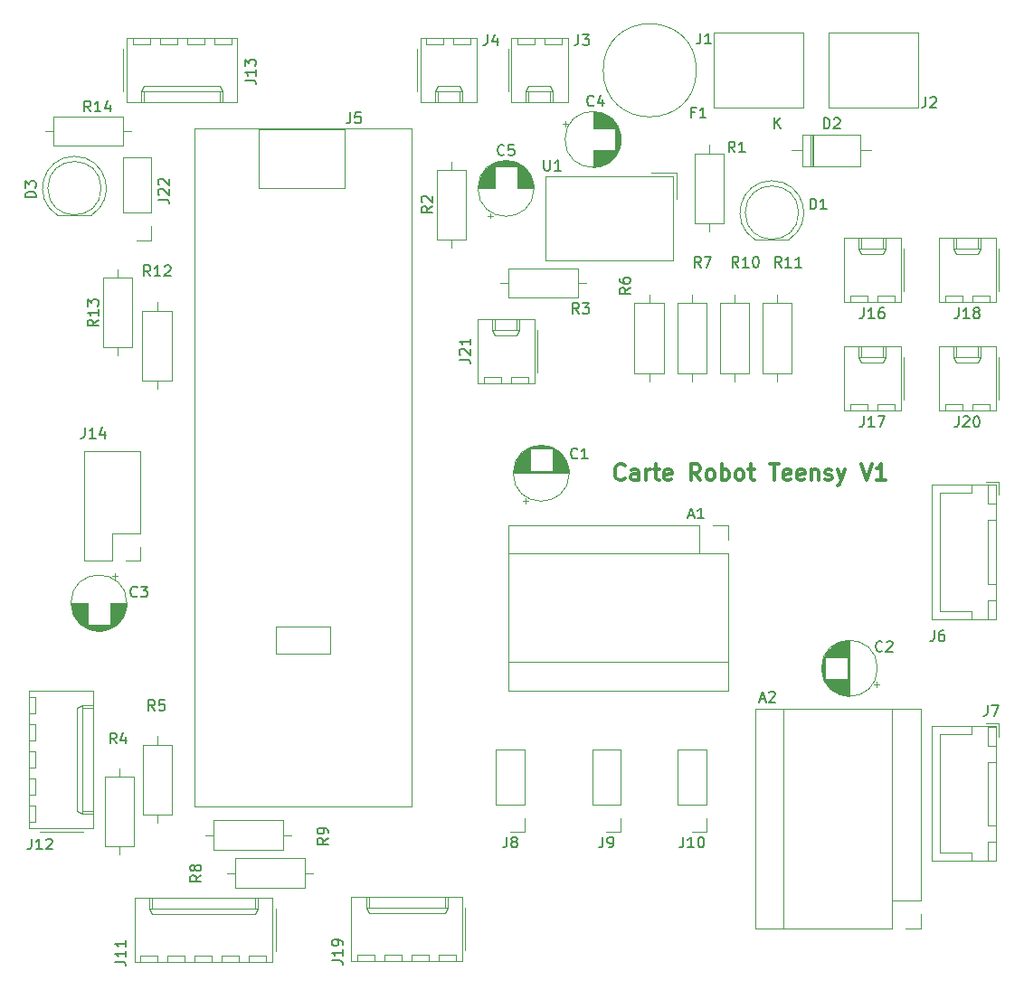
<source format=gbr>
%TF.GenerationSoftware,KiCad,Pcbnew,(5.1.10)-1*%
%TF.CreationDate,2021-08-21T13:40:31+02:00*%
%TF.ProjectId,CarteRobot-Teensy,43617274-6552-46f6-926f-742d5465656e,rev?*%
%TF.SameCoordinates,Original*%
%TF.FileFunction,Legend,Top*%
%TF.FilePolarity,Positive*%
%FSLAX46Y46*%
G04 Gerber Fmt 4.6, Leading zero omitted, Abs format (unit mm)*
G04 Created by KiCad (PCBNEW (5.1.10)-1) date 2021-08-21 13:40:31*
%MOMM*%
%LPD*%
G01*
G04 APERTURE LIST*
%ADD10C,0.300000*%
%ADD11C,0.120000*%
%ADD12C,0.150000*%
G04 APERTURE END LIST*
D10*
X112710000Y-93245714D02*
X112638571Y-93317142D01*
X112424285Y-93388571D01*
X112281428Y-93388571D01*
X112067142Y-93317142D01*
X111924285Y-93174285D01*
X111852857Y-93031428D01*
X111781428Y-92745714D01*
X111781428Y-92531428D01*
X111852857Y-92245714D01*
X111924285Y-92102857D01*
X112067142Y-91960000D01*
X112281428Y-91888571D01*
X112424285Y-91888571D01*
X112638571Y-91960000D01*
X112710000Y-92031428D01*
X113995714Y-93388571D02*
X113995714Y-92602857D01*
X113924285Y-92460000D01*
X113781428Y-92388571D01*
X113495714Y-92388571D01*
X113352857Y-92460000D01*
X113995714Y-93317142D02*
X113852857Y-93388571D01*
X113495714Y-93388571D01*
X113352857Y-93317142D01*
X113281428Y-93174285D01*
X113281428Y-93031428D01*
X113352857Y-92888571D01*
X113495714Y-92817142D01*
X113852857Y-92817142D01*
X113995714Y-92745714D01*
X114710000Y-93388571D02*
X114710000Y-92388571D01*
X114710000Y-92674285D02*
X114781428Y-92531428D01*
X114852857Y-92460000D01*
X114995714Y-92388571D01*
X115138571Y-92388571D01*
X115424285Y-92388571D02*
X115995714Y-92388571D01*
X115638571Y-91888571D02*
X115638571Y-93174285D01*
X115710000Y-93317142D01*
X115852857Y-93388571D01*
X115995714Y-93388571D01*
X117067142Y-93317142D02*
X116924285Y-93388571D01*
X116638571Y-93388571D01*
X116495714Y-93317142D01*
X116424285Y-93174285D01*
X116424285Y-92602857D01*
X116495714Y-92460000D01*
X116638571Y-92388571D01*
X116924285Y-92388571D01*
X117067142Y-92460000D01*
X117138571Y-92602857D01*
X117138571Y-92745714D01*
X116424285Y-92888571D01*
X119781428Y-93388571D02*
X119281428Y-92674285D01*
X118924285Y-93388571D02*
X118924285Y-91888571D01*
X119495714Y-91888571D01*
X119638571Y-91960000D01*
X119710000Y-92031428D01*
X119781428Y-92174285D01*
X119781428Y-92388571D01*
X119710000Y-92531428D01*
X119638571Y-92602857D01*
X119495714Y-92674285D01*
X118924285Y-92674285D01*
X120638571Y-93388571D02*
X120495714Y-93317142D01*
X120424285Y-93245714D01*
X120352857Y-93102857D01*
X120352857Y-92674285D01*
X120424285Y-92531428D01*
X120495714Y-92460000D01*
X120638571Y-92388571D01*
X120852857Y-92388571D01*
X120995714Y-92460000D01*
X121067142Y-92531428D01*
X121138571Y-92674285D01*
X121138571Y-93102857D01*
X121067142Y-93245714D01*
X120995714Y-93317142D01*
X120852857Y-93388571D01*
X120638571Y-93388571D01*
X121781428Y-93388571D02*
X121781428Y-91888571D01*
X121781428Y-92460000D02*
X121924285Y-92388571D01*
X122210000Y-92388571D01*
X122352857Y-92460000D01*
X122424285Y-92531428D01*
X122495714Y-92674285D01*
X122495714Y-93102857D01*
X122424285Y-93245714D01*
X122352857Y-93317142D01*
X122210000Y-93388571D01*
X121924285Y-93388571D01*
X121781428Y-93317142D01*
X123352857Y-93388571D02*
X123210000Y-93317142D01*
X123138571Y-93245714D01*
X123067142Y-93102857D01*
X123067142Y-92674285D01*
X123138571Y-92531428D01*
X123210000Y-92460000D01*
X123352857Y-92388571D01*
X123567142Y-92388571D01*
X123710000Y-92460000D01*
X123781428Y-92531428D01*
X123852857Y-92674285D01*
X123852857Y-93102857D01*
X123781428Y-93245714D01*
X123710000Y-93317142D01*
X123567142Y-93388571D01*
X123352857Y-93388571D01*
X124281428Y-92388571D02*
X124852857Y-92388571D01*
X124495714Y-91888571D02*
X124495714Y-93174285D01*
X124567142Y-93317142D01*
X124710000Y-93388571D01*
X124852857Y-93388571D01*
X126281428Y-91888571D02*
X127138571Y-91888571D01*
X126710000Y-93388571D02*
X126710000Y-91888571D01*
X128210000Y-93317142D02*
X128067142Y-93388571D01*
X127781428Y-93388571D01*
X127638571Y-93317142D01*
X127567142Y-93174285D01*
X127567142Y-92602857D01*
X127638571Y-92460000D01*
X127781428Y-92388571D01*
X128067142Y-92388571D01*
X128210000Y-92460000D01*
X128281428Y-92602857D01*
X128281428Y-92745714D01*
X127567142Y-92888571D01*
X129495714Y-93317142D02*
X129352857Y-93388571D01*
X129067142Y-93388571D01*
X128924285Y-93317142D01*
X128852857Y-93174285D01*
X128852857Y-92602857D01*
X128924285Y-92460000D01*
X129067142Y-92388571D01*
X129352857Y-92388571D01*
X129495714Y-92460000D01*
X129567142Y-92602857D01*
X129567142Y-92745714D01*
X128852857Y-92888571D01*
X130210000Y-92388571D02*
X130210000Y-93388571D01*
X130210000Y-92531428D02*
X130281428Y-92460000D01*
X130424285Y-92388571D01*
X130638571Y-92388571D01*
X130781428Y-92460000D01*
X130852857Y-92602857D01*
X130852857Y-93388571D01*
X131495714Y-93317142D02*
X131638571Y-93388571D01*
X131924285Y-93388571D01*
X132067142Y-93317142D01*
X132138571Y-93174285D01*
X132138571Y-93102857D01*
X132067142Y-92960000D01*
X131924285Y-92888571D01*
X131710000Y-92888571D01*
X131567142Y-92817142D01*
X131495714Y-92674285D01*
X131495714Y-92602857D01*
X131567142Y-92460000D01*
X131710000Y-92388571D01*
X131924285Y-92388571D01*
X132067142Y-92460000D01*
X132638571Y-92388571D02*
X132995714Y-93388571D01*
X133352857Y-92388571D02*
X132995714Y-93388571D01*
X132852857Y-93745714D01*
X132781428Y-93817142D01*
X132638571Y-93888571D01*
X134852857Y-91888571D02*
X135352857Y-93388571D01*
X135852857Y-91888571D01*
X137138571Y-93388571D02*
X136281428Y-93388571D01*
X136710000Y-93388571D02*
X136710000Y-91888571D01*
X136567142Y-92102857D01*
X136424285Y-92245714D01*
X136281428Y-92317142D01*
D11*
%TO.C,J5*%
X85160000Y-109640000D02*
X80080000Y-109640000D01*
X80080000Y-109640000D02*
X80080000Y-107100000D01*
X80080000Y-107100000D02*
X85160000Y-107100000D01*
X85160000Y-107100000D02*
X85160000Y-109640000D01*
X78500000Y-66000000D02*
X78500000Y-60500000D01*
X78500000Y-60500000D02*
X86500000Y-60500000D01*
X86500000Y-60500000D02*
X86500000Y-66000000D01*
X78500000Y-66000000D02*
X86500000Y-66000000D01*
X72460000Y-123960000D02*
X72460000Y-60460000D01*
X92780000Y-123960000D02*
X72460000Y-123960000D01*
X92780000Y-60460000D02*
X92780000Y-123960000D01*
X72460000Y-60460000D02*
X92780000Y-60460000D01*
%TO.C,R14*%
X58444000Y-60706000D02*
X59214000Y-60706000D01*
X66524000Y-60706000D02*
X65754000Y-60706000D01*
X59214000Y-62076000D02*
X65754000Y-62076000D01*
X59214000Y-59336000D02*
X59214000Y-62076000D01*
X65754000Y-59336000D02*
X59214000Y-59336000D01*
X65754000Y-62076000D02*
X65754000Y-59336000D01*
%TO.C,J22*%
X68386000Y-63186000D02*
X65726000Y-63186000D01*
X68386000Y-68326000D02*
X68386000Y-63186000D01*
X65726000Y-68326000D02*
X65726000Y-63186000D01*
X68386000Y-68326000D02*
X65726000Y-68326000D01*
X68386000Y-69596000D02*
X68386000Y-70926000D01*
X68386000Y-70926000D02*
X67056000Y-70926000D01*
%TO.C,D3*%
X59669000Y-68600000D02*
X62759000Y-68600000D01*
X63714000Y-66040000D02*
G75*
G03*
X63714000Y-66040000I-2500000J0D01*
G01*
X61213538Y-63050000D02*
G75*
G02*
X62758830Y-68600000I462J-2990000D01*
G01*
X61214462Y-63050000D02*
G75*
G03*
X59669170Y-68600000I-462J-2990000D01*
G01*
%TO.C,C5*%
X99875000Y-68610775D02*
X100375000Y-68610775D01*
X100125000Y-68860775D02*
X100125000Y-68360775D01*
X101316000Y-63455000D02*
X101884000Y-63455000D01*
X101082000Y-63495000D02*
X102118000Y-63495000D01*
X100923000Y-63535000D02*
X102277000Y-63535000D01*
X100795000Y-63575000D02*
X102405000Y-63575000D01*
X100685000Y-63615000D02*
X102515000Y-63615000D01*
X100589000Y-63655000D02*
X102611000Y-63655000D01*
X100502000Y-63695000D02*
X102698000Y-63695000D01*
X100422000Y-63735000D02*
X102778000Y-63735000D01*
X100349000Y-63775000D02*
X102851000Y-63775000D01*
X100281000Y-63815000D02*
X102919000Y-63815000D01*
X100217000Y-63855000D02*
X102983000Y-63855000D01*
X100157000Y-63895000D02*
X103043000Y-63895000D01*
X100100000Y-63935000D02*
X103100000Y-63935000D01*
X100046000Y-63975000D02*
X103154000Y-63975000D01*
X99995000Y-64015000D02*
X103205000Y-64015000D01*
X102640000Y-64055000D02*
X103253000Y-64055000D01*
X99947000Y-64055000D02*
X100560000Y-64055000D01*
X102640000Y-64095000D02*
X103299000Y-64095000D01*
X99901000Y-64095000D02*
X100560000Y-64095000D01*
X102640000Y-64135000D02*
X103343000Y-64135000D01*
X99857000Y-64135000D02*
X100560000Y-64135000D01*
X102640000Y-64175000D02*
X103385000Y-64175000D01*
X99815000Y-64175000D02*
X100560000Y-64175000D01*
X102640000Y-64215000D02*
X103426000Y-64215000D01*
X99774000Y-64215000D02*
X100560000Y-64215000D01*
X102640000Y-64255000D02*
X103464000Y-64255000D01*
X99736000Y-64255000D02*
X100560000Y-64255000D01*
X102640000Y-64295000D02*
X103501000Y-64295000D01*
X99699000Y-64295000D02*
X100560000Y-64295000D01*
X102640000Y-64335000D02*
X103537000Y-64335000D01*
X99663000Y-64335000D02*
X100560000Y-64335000D01*
X102640000Y-64375000D02*
X103571000Y-64375000D01*
X99629000Y-64375000D02*
X100560000Y-64375000D01*
X102640000Y-64415000D02*
X103604000Y-64415000D01*
X99596000Y-64415000D02*
X100560000Y-64415000D01*
X102640000Y-64455000D02*
X103635000Y-64455000D01*
X99565000Y-64455000D02*
X100560000Y-64455000D01*
X102640000Y-64495000D02*
X103665000Y-64495000D01*
X99535000Y-64495000D02*
X100560000Y-64495000D01*
X102640000Y-64535000D02*
X103695000Y-64535000D01*
X99505000Y-64535000D02*
X100560000Y-64535000D01*
X102640000Y-64575000D02*
X103722000Y-64575000D01*
X99478000Y-64575000D02*
X100560000Y-64575000D01*
X102640000Y-64615000D02*
X103749000Y-64615000D01*
X99451000Y-64615000D02*
X100560000Y-64615000D01*
X102640000Y-64655000D02*
X103775000Y-64655000D01*
X99425000Y-64655000D02*
X100560000Y-64655000D01*
X102640000Y-64695000D02*
X103800000Y-64695000D01*
X99400000Y-64695000D02*
X100560000Y-64695000D01*
X102640000Y-64735000D02*
X103824000Y-64735000D01*
X99376000Y-64735000D02*
X100560000Y-64735000D01*
X102640000Y-64775000D02*
X103847000Y-64775000D01*
X99353000Y-64775000D02*
X100560000Y-64775000D01*
X102640000Y-64815000D02*
X103868000Y-64815000D01*
X99332000Y-64815000D02*
X100560000Y-64815000D01*
X102640000Y-64855000D02*
X103890000Y-64855000D01*
X99310000Y-64855000D02*
X100560000Y-64855000D01*
X102640000Y-64895000D02*
X103910000Y-64895000D01*
X99290000Y-64895000D02*
X100560000Y-64895000D01*
X102640000Y-64935000D02*
X103929000Y-64935000D01*
X99271000Y-64935000D02*
X100560000Y-64935000D01*
X102640000Y-64975000D02*
X103948000Y-64975000D01*
X99252000Y-64975000D02*
X100560000Y-64975000D01*
X102640000Y-65015000D02*
X103965000Y-65015000D01*
X99235000Y-65015000D02*
X100560000Y-65015000D01*
X102640000Y-65055000D02*
X103982000Y-65055000D01*
X99218000Y-65055000D02*
X100560000Y-65055000D01*
X102640000Y-65095000D02*
X103998000Y-65095000D01*
X99202000Y-65095000D02*
X100560000Y-65095000D01*
X102640000Y-65135000D02*
X104014000Y-65135000D01*
X99186000Y-65135000D02*
X100560000Y-65135000D01*
X102640000Y-65175000D02*
X104028000Y-65175000D01*
X99172000Y-65175000D02*
X100560000Y-65175000D01*
X102640000Y-65215000D02*
X104042000Y-65215000D01*
X99158000Y-65215000D02*
X100560000Y-65215000D01*
X102640000Y-65255000D02*
X104055000Y-65255000D01*
X99145000Y-65255000D02*
X100560000Y-65255000D01*
X102640000Y-65295000D02*
X104068000Y-65295000D01*
X99132000Y-65295000D02*
X100560000Y-65295000D01*
X102640000Y-65335000D02*
X104080000Y-65335000D01*
X99120000Y-65335000D02*
X100560000Y-65335000D01*
X102640000Y-65376000D02*
X104091000Y-65376000D01*
X99109000Y-65376000D02*
X100560000Y-65376000D01*
X102640000Y-65416000D02*
X104101000Y-65416000D01*
X99099000Y-65416000D02*
X100560000Y-65416000D01*
X102640000Y-65456000D02*
X104111000Y-65456000D01*
X99089000Y-65456000D02*
X100560000Y-65456000D01*
X102640000Y-65496000D02*
X104120000Y-65496000D01*
X99080000Y-65496000D02*
X100560000Y-65496000D01*
X102640000Y-65536000D02*
X104128000Y-65536000D01*
X99072000Y-65536000D02*
X100560000Y-65536000D01*
X102640000Y-65576000D02*
X104136000Y-65576000D01*
X99064000Y-65576000D02*
X100560000Y-65576000D01*
X102640000Y-65616000D02*
X104143000Y-65616000D01*
X99057000Y-65616000D02*
X100560000Y-65616000D01*
X102640000Y-65656000D02*
X104150000Y-65656000D01*
X99050000Y-65656000D02*
X100560000Y-65656000D01*
X102640000Y-65696000D02*
X104156000Y-65696000D01*
X99044000Y-65696000D02*
X100560000Y-65696000D01*
X102640000Y-65736000D02*
X104161000Y-65736000D01*
X99039000Y-65736000D02*
X100560000Y-65736000D01*
X102640000Y-65776000D02*
X104165000Y-65776000D01*
X99035000Y-65776000D02*
X100560000Y-65776000D01*
X102640000Y-65816000D02*
X104169000Y-65816000D01*
X99031000Y-65816000D02*
X100560000Y-65816000D01*
X102640000Y-65856000D02*
X104173000Y-65856000D01*
X99027000Y-65856000D02*
X100560000Y-65856000D01*
X102640000Y-65896000D02*
X104176000Y-65896000D01*
X99024000Y-65896000D02*
X100560000Y-65896000D01*
X102640000Y-65936000D02*
X104178000Y-65936000D01*
X99022000Y-65936000D02*
X100560000Y-65936000D01*
X102640000Y-65976000D02*
X104179000Y-65976000D01*
X99021000Y-65976000D02*
X100560000Y-65976000D01*
X99020000Y-66016000D02*
X100560000Y-66016000D01*
X102640000Y-66016000D02*
X104180000Y-66016000D01*
X99020000Y-66056000D02*
X100560000Y-66056000D01*
X102640000Y-66056000D02*
X104180000Y-66056000D01*
X104220000Y-66056000D02*
G75*
G03*
X104220000Y-66056000I-2620000J0D01*
G01*
%TO.C,C4*%
X107189225Y-59743000D02*
X107189225Y-60243000D01*
X106939225Y-59993000D02*
X107439225Y-59993000D01*
X112345000Y-61184000D02*
X112345000Y-61752000D01*
X112305000Y-60950000D02*
X112305000Y-61986000D01*
X112265000Y-60791000D02*
X112265000Y-62145000D01*
X112225000Y-60663000D02*
X112225000Y-62273000D01*
X112185000Y-60553000D02*
X112185000Y-62383000D01*
X112145000Y-60457000D02*
X112145000Y-62479000D01*
X112105000Y-60370000D02*
X112105000Y-62566000D01*
X112065000Y-60290000D02*
X112065000Y-62646000D01*
X112025000Y-60217000D02*
X112025000Y-62719000D01*
X111985000Y-60149000D02*
X111985000Y-62787000D01*
X111945000Y-60085000D02*
X111945000Y-62851000D01*
X111905000Y-60025000D02*
X111905000Y-62911000D01*
X111865000Y-59968000D02*
X111865000Y-62968000D01*
X111825000Y-59914000D02*
X111825000Y-63022000D01*
X111785000Y-59863000D02*
X111785000Y-63073000D01*
X111745000Y-62508000D02*
X111745000Y-63121000D01*
X111745000Y-59815000D02*
X111745000Y-60428000D01*
X111705000Y-62508000D02*
X111705000Y-63167000D01*
X111705000Y-59769000D02*
X111705000Y-60428000D01*
X111665000Y-62508000D02*
X111665000Y-63211000D01*
X111665000Y-59725000D02*
X111665000Y-60428000D01*
X111625000Y-62508000D02*
X111625000Y-63253000D01*
X111625000Y-59683000D02*
X111625000Y-60428000D01*
X111585000Y-62508000D02*
X111585000Y-63294000D01*
X111585000Y-59642000D02*
X111585000Y-60428000D01*
X111545000Y-62508000D02*
X111545000Y-63332000D01*
X111545000Y-59604000D02*
X111545000Y-60428000D01*
X111505000Y-62508000D02*
X111505000Y-63369000D01*
X111505000Y-59567000D02*
X111505000Y-60428000D01*
X111465000Y-62508000D02*
X111465000Y-63405000D01*
X111465000Y-59531000D02*
X111465000Y-60428000D01*
X111425000Y-62508000D02*
X111425000Y-63439000D01*
X111425000Y-59497000D02*
X111425000Y-60428000D01*
X111385000Y-62508000D02*
X111385000Y-63472000D01*
X111385000Y-59464000D02*
X111385000Y-60428000D01*
X111345000Y-62508000D02*
X111345000Y-63503000D01*
X111345000Y-59433000D02*
X111345000Y-60428000D01*
X111305000Y-62508000D02*
X111305000Y-63533000D01*
X111305000Y-59403000D02*
X111305000Y-60428000D01*
X111265000Y-62508000D02*
X111265000Y-63563000D01*
X111265000Y-59373000D02*
X111265000Y-60428000D01*
X111225000Y-62508000D02*
X111225000Y-63590000D01*
X111225000Y-59346000D02*
X111225000Y-60428000D01*
X111185000Y-62508000D02*
X111185000Y-63617000D01*
X111185000Y-59319000D02*
X111185000Y-60428000D01*
X111145000Y-62508000D02*
X111145000Y-63643000D01*
X111145000Y-59293000D02*
X111145000Y-60428000D01*
X111105000Y-62508000D02*
X111105000Y-63668000D01*
X111105000Y-59268000D02*
X111105000Y-60428000D01*
X111065000Y-62508000D02*
X111065000Y-63692000D01*
X111065000Y-59244000D02*
X111065000Y-60428000D01*
X111025000Y-62508000D02*
X111025000Y-63715000D01*
X111025000Y-59221000D02*
X111025000Y-60428000D01*
X110985000Y-62508000D02*
X110985000Y-63736000D01*
X110985000Y-59200000D02*
X110985000Y-60428000D01*
X110945000Y-62508000D02*
X110945000Y-63758000D01*
X110945000Y-59178000D02*
X110945000Y-60428000D01*
X110905000Y-62508000D02*
X110905000Y-63778000D01*
X110905000Y-59158000D02*
X110905000Y-60428000D01*
X110865000Y-62508000D02*
X110865000Y-63797000D01*
X110865000Y-59139000D02*
X110865000Y-60428000D01*
X110825000Y-62508000D02*
X110825000Y-63816000D01*
X110825000Y-59120000D02*
X110825000Y-60428000D01*
X110785000Y-62508000D02*
X110785000Y-63833000D01*
X110785000Y-59103000D02*
X110785000Y-60428000D01*
X110745000Y-62508000D02*
X110745000Y-63850000D01*
X110745000Y-59086000D02*
X110745000Y-60428000D01*
X110705000Y-62508000D02*
X110705000Y-63866000D01*
X110705000Y-59070000D02*
X110705000Y-60428000D01*
X110665000Y-62508000D02*
X110665000Y-63882000D01*
X110665000Y-59054000D02*
X110665000Y-60428000D01*
X110625000Y-62508000D02*
X110625000Y-63896000D01*
X110625000Y-59040000D02*
X110625000Y-60428000D01*
X110585000Y-62508000D02*
X110585000Y-63910000D01*
X110585000Y-59026000D02*
X110585000Y-60428000D01*
X110545000Y-62508000D02*
X110545000Y-63923000D01*
X110545000Y-59013000D02*
X110545000Y-60428000D01*
X110505000Y-62508000D02*
X110505000Y-63936000D01*
X110505000Y-59000000D02*
X110505000Y-60428000D01*
X110465000Y-62508000D02*
X110465000Y-63948000D01*
X110465000Y-58988000D02*
X110465000Y-60428000D01*
X110424000Y-62508000D02*
X110424000Y-63959000D01*
X110424000Y-58977000D02*
X110424000Y-60428000D01*
X110384000Y-62508000D02*
X110384000Y-63969000D01*
X110384000Y-58967000D02*
X110384000Y-60428000D01*
X110344000Y-62508000D02*
X110344000Y-63979000D01*
X110344000Y-58957000D02*
X110344000Y-60428000D01*
X110304000Y-62508000D02*
X110304000Y-63988000D01*
X110304000Y-58948000D02*
X110304000Y-60428000D01*
X110264000Y-62508000D02*
X110264000Y-63996000D01*
X110264000Y-58940000D02*
X110264000Y-60428000D01*
X110224000Y-62508000D02*
X110224000Y-64004000D01*
X110224000Y-58932000D02*
X110224000Y-60428000D01*
X110184000Y-62508000D02*
X110184000Y-64011000D01*
X110184000Y-58925000D02*
X110184000Y-60428000D01*
X110144000Y-62508000D02*
X110144000Y-64018000D01*
X110144000Y-58918000D02*
X110144000Y-60428000D01*
X110104000Y-62508000D02*
X110104000Y-64024000D01*
X110104000Y-58912000D02*
X110104000Y-60428000D01*
X110064000Y-62508000D02*
X110064000Y-64029000D01*
X110064000Y-58907000D02*
X110064000Y-60428000D01*
X110024000Y-62508000D02*
X110024000Y-64033000D01*
X110024000Y-58903000D02*
X110024000Y-60428000D01*
X109984000Y-62508000D02*
X109984000Y-64037000D01*
X109984000Y-58899000D02*
X109984000Y-60428000D01*
X109944000Y-62508000D02*
X109944000Y-64041000D01*
X109944000Y-58895000D02*
X109944000Y-60428000D01*
X109904000Y-62508000D02*
X109904000Y-64044000D01*
X109904000Y-58892000D02*
X109904000Y-60428000D01*
X109864000Y-62508000D02*
X109864000Y-64046000D01*
X109864000Y-58890000D02*
X109864000Y-60428000D01*
X109824000Y-62508000D02*
X109824000Y-64047000D01*
X109824000Y-58889000D02*
X109824000Y-60428000D01*
X109784000Y-58888000D02*
X109784000Y-60428000D01*
X109784000Y-62508000D02*
X109784000Y-64048000D01*
X109744000Y-58888000D02*
X109744000Y-60428000D01*
X109744000Y-62508000D02*
X109744000Y-64048000D01*
X112364000Y-61468000D02*
G75*
G03*
X112364000Y-61468000I-2620000J0D01*
G01*
%TO.C,J21*%
X104250000Y-84310000D02*
X104250000Y-78290000D01*
X104250000Y-78290000D02*
X98950000Y-78290000D01*
X98950000Y-78290000D02*
X98950000Y-84310000D01*
X98950000Y-84310000D02*
X104250000Y-84310000D01*
X104540000Y-83280000D02*
X104540000Y-79280000D01*
X102870000Y-78290000D02*
X102870000Y-79290000D01*
X102870000Y-79290000D02*
X100330000Y-79290000D01*
X100330000Y-79290000D02*
X100330000Y-78290000D01*
X102870000Y-79290000D02*
X102620000Y-79820000D01*
X102620000Y-79820000D02*
X100580000Y-79820000D01*
X100580000Y-79820000D02*
X100330000Y-79290000D01*
X102620000Y-78290000D02*
X102620000Y-79290000D01*
X100580000Y-78290000D02*
X100580000Y-79290000D01*
X103670000Y-84310000D02*
X103670000Y-83710000D01*
X103670000Y-83710000D02*
X102070000Y-83710000D01*
X102070000Y-83710000D02*
X102070000Y-84310000D01*
X101130000Y-84310000D02*
X101130000Y-83710000D01*
X101130000Y-83710000D02*
X99530000Y-83710000D01*
X99530000Y-83710000D02*
X99530000Y-84310000D01*
%TO.C,R13*%
X65278000Y-73633200D02*
X65278000Y-74403200D01*
X65278000Y-81713200D02*
X65278000Y-80943200D01*
X63908000Y-74403200D02*
X63908000Y-80943200D01*
X66648000Y-74403200D02*
X63908000Y-74403200D01*
X66648000Y-80943200D02*
X66648000Y-74403200D01*
X63908000Y-80943200D02*
X66648000Y-80943200D01*
%TO.C,R12*%
X68935600Y-76732000D02*
X68935600Y-77502000D01*
X68935600Y-84812000D02*
X68935600Y-84042000D01*
X67565600Y-77502000D02*
X67565600Y-84042000D01*
X70305600Y-77502000D02*
X67565600Y-77502000D01*
X70305600Y-84042000D02*
X70305600Y-77502000D01*
X67565600Y-84042000D02*
X70305600Y-84042000D01*
%TO.C,R11*%
X128370000Y-76810000D02*
X125630000Y-76810000D01*
X125630000Y-76810000D02*
X125630000Y-83350000D01*
X125630000Y-83350000D02*
X128370000Y-83350000D01*
X128370000Y-83350000D02*
X128370000Y-76810000D01*
X127000000Y-76040000D02*
X127000000Y-76810000D01*
X127000000Y-84120000D02*
X127000000Y-83350000D01*
%TO.C,R10*%
X124370000Y-76810000D02*
X121630000Y-76810000D01*
X121630000Y-76810000D02*
X121630000Y-83350000D01*
X121630000Y-83350000D02*
X124370000Y-83350000D01*
X124370000Y-83350000D02*
X124370000Y-76810000D01*
X123000000Y-76040000D02*
X123000000Y-76810000D01*
X123000000Y-84120000D02*
X123000000Y-83350000D01*
%TO.C,R7*%
X120370000Y-76810000D02*
X117630000Y-76810000D01*
X117630000Y-76810000D02*
X117630000Y-83350000D01*
X117630000Y-83350000D02*
X120370000Y-83350000D01*
X120370000Y-83350000D02*
X120370000Y-76810000D01*
X119000000Y-76040000D02*
X119000000Y-76810000D01*
X119000000Y-84120000D02*
X119000000Y-83350000D01*
%TO.C,R6*%
X116370000Y-76810000D02*
X113630000Y-76810000D01*
X113630000Y-76810000D02*
X113630000Y-83350000D01*
X113630000Y-83350000D02*
X116370000Y-83350000D01*
X116370000Y-83350000D02*
X116370000Y-76810000D01*
X115000000Y-76040000D02*
X115000000Y-76810000D01*
X115000000Y-84120000D02*
X115000000Y-83350000D01*
%TO.C,J20*%
X147430000Y-86850000D02*
X147430000Y-80830000D01*
X147430000Y-80830000D02*
X142130000Y-80830000D01*
X142130000Y-80830000D02*
X142130000Y-86850000D01*
X142130000Y-86850000D02*
X147430000Y-86850000D01*
X147720000Y-85820000D02*
X147720000Y-81820000D01*
X146050000Y-80830000D02*
X146050000Y-81830000D01*
X146050000Y-81830000D02*
X143510000Y-81830000D01*
X143510000Y-81830000D02*
X143510000Y-80830000D01*
X146050000Y-81830000D02*
X145800000Y-82360000D01*
X145800000Y-82360000D02*
X143760000Y-82360000D01*
X143760000Y-82360000D02*
X143510000Y-81830000D01*
X145800000Y-80830000D02*
X145800000Y-81830000D01*
X143760000Y-80830000D02*
X143760000Y-81830000D01*
X146850000Y-86850000D02*
X146850000Y-86250000D01*
X146850000Y-86250000D02*
X145250000Y-86250000D01*
X145250000Y-86250000D02*
X145250000Y-86850000D01*
X144310000Y-86850000D02*
X144310000Y-86250000D01*
X144310000Y-86250000D02*
X142710000Y-86250000D01*
X142710000Y-86250000D02*
X142710000Y-86850000D01*
%TO.C,J18*%
X147430000Y-76690000D02*
X147430000Y-70670000D01*
X147430000Y-70670000D02*
X142130000Y-70670000D01*
X142130000Y-70670000D02*
X142130000Y-76690000D01*
X142130000Y-76690000D02*
X147430000Y-76690000D01*
X147720000Y-75660000D02*
X147720000Y-71660000D01*
X146050000Y-70670000D02*
X146050000Y-71670000D01*
X146050000Y-71670000D02*
X143510000Y-71670000D01*
X143510000Y-71670000D02*
X143510000Y-70670000D01*
X146050000Y-71670000D02*
X145800000Y-72200000D01*
X145800000Y-72200000D02*
X143760000Y-72200000D01*
X143760000Y-72200000D02*
X143510000Y-71670000D01*
X145800000Y-70670000D02*
X145800000Y-71670000D01*
X143760000Y-70670000D02*
X143760000Y-71670000D01*
X146850000Y-76690000D02*
X146850000Y-76090000D01*
X146850000Y-76090000D02*
X145250000Y-76090000D01*
X145250000Y-76090000D02*
X145250000Y-76690000D01*
X144310000Y-76690000D02*
X144310000Y-76090000D01*
X144310000Y-76090000D02*
X142710000Y-76090000D01*
X142710000Y-76090000D02*
X142710000Y-76690000D01*
%TO.C,J17*%
X138540000Y-86850000D02*
X138540000Y-80830000D01*
X138540000Y-80830000D02*
X133240000Y-80830000D01*
X133240000Y-80830000D02*
X133240000Y-86850000D01*
X133240000Y-86850000D02*
X138540000Y-86850000D01*
X138830000Y-85820000D02*
X138830000Y-81820000D01*
X137160000Y-80830000D02*
X137160000Y-81830000D01*
X137160000Y-81830000D02*
X134620000Y-81830000D01*
X134620000Y-81830000D02*
X134620000Y-80830000D01*
X137160000Y-81830000D02*
X136910000Y-82360000D01*
X136910000Y-82360000D02*
X134870000Y-82360000D01*
X134870000Y-82360000D02*
X134620000Y-81830000D01*
X136910000Y-80830000D02*
X136910000Y-81830000D01*
X134870000Y-80830000D02*
X134870000Y-81830000D01*
X137960000Y-86850000D02*
X137960000Y-86250000D01*
X137960000Y-86250000D02*
X136360000Y-86250000D01*
X136360000Y-86250000D02*
X136360000Y-86850000D01*
X135420000Y-86850000D02*
X135420000Y-86250000D01*
X135420000Y-86250000D02*
X133820000Y-86250000D01*
X133820000Y-86250000D02*
X133820000Y-86850000D01*
%TO.C,J16*%
X138540000Y-76690000D02*
X138540000Y-70670000D01*
X138540000Y-70670000D02*
X133240000Y-70670000D01*
X133240000Y-70670000D02*
X133240000Y-76690000D01*
X133240000Y-76690000D02*
X138540000Y-76690000D01*
X138830000Y-75660000D02*
X138830000Y-71660000D01*
X137160000Y-70670000D02*
X137160000Y-71670000D01*
X137160000Y-71670000D02*
X134620000Y-71670000D01*
X134620000Y-71670000D02*
X134620000Y-70670000D01*
X137160000Y-71670000D02*
X136910000Y-72200000D01*
X136910000Y-72200000D02*
X134870000Y-72200000D01*
X134870000Y-72200000D02*
X134620000Y-71670000D01*
X136910000Y-70670000D02*
X136910000Y-71670000D01*
X134870000Y-70670000D02*
X134870000Y-71670000D01*
X137960000Y-76690000D02*
X137960000Y-76090000D01*
X137960000Y-76090000D02*
X136360000Y-76090000D01*
X136360000Y-76090000D02*
X136360000Y-76690000D01*
X135420000Y-76690000D02*
X135420000Y-76090000D01*
X135420000Y-76090000D02*
X133820000Y-76090000D01*
X133820000Y-76090000D02*
X133820000Y-76690000D01*
%TO.C,J7*%
X147750000Y-116150000D02*
X146500000Y-116150000D01*
X147750000Y-117400000D02*
X147750000Y-116150000D01*
X142250000Y-128300000D02*
X142250000Y-122750000D01*
X145200000Y-128300000D02*
X142250000Y-128300000D01*
X145200000Y-129050000D02*
X145200000Y-128300000D01*
X142250000Y-117200000D02*
X142250000Y-122750000D01*
X145200000Y-117200000D02*
X142250000Y-117200000D01*
X145200000Y-116450000D02*
X145200000Y-117200000D01*
X147450000Y-129050000D02*
X147450000Y-127250000D01*
X146700000Y-129050000D02*
X147450000Y-129050000D01*
X146700000Y-127250000D02*
X146700000Y-129050000D01*
X147450000Y-127250000D02*
X146700000Y-127250000D01*
X147450000Y-118250000D02*
X147450000Y-116450000D01*
X146700000Y-118250000D02*
X147450000Y-118250000D01*
X146700000Y-116450000D02*
X146700000Y-118250000D01*
X147450000Y-116450000D02*
X146700000Y-116450000D01*
X147450000Y-125750000D02*
X147450000Y-119750000D01*
X146700000Y-125750000D02*
X147450000Y-125750000D01*
X146700000Y-119750000D02*
X146700000Y-125750000D01*
X147450000Y-119750000D02*
X146700000Y-119750000D01*
X147460000Y-129060000D02*
X147460000Y-116440000D01*
X141490000Y-129060000D02*
X147460000Y-129060000D01*
X141490000Y-116440000D02*
X141490000Y-129060000D01*
X147460000Y-116440000D02*
X141490000Y-116440000D01*
%TO.C,J6*%
X147750000Y-93517600D02*
X146500000Y-93517600D01*
X147750000Y-94767600D02*
X147750000Y-93517600D01*
X142250000Y-105667600D02*
X142250000Y-100117600D01*
X145200000Y-105667600D02*
X142250000Y-105667600D01*
X145200000Y-106417600D02*
X145200000Y-105667600D01*
X142250000Y-94567600D02*
X142250000Y-100117600D01*
X145200000Y-94567600D02*
X142250000Y-94567600D01*
X145200000Y-93817600D02*
X145200000Y-94567600D01*
X147450000Y-106417600D02*
X147450000Y-104617600D01*
X146700000Y-106417600D02*
X147450000Y-106417600D01*
X146700000Y-104617600D02*
X146700000Y-106417600D01*
X147450000Y-104617600D02*
X146700000Y-104617600D01*
X147450000Y-95617600D02*
X147450000Y-93817600D01*
X146700000Y-95617600D02*
X147450000Y-95617600D01*
X146700000Y-93817600D02*
X146700000Y-95617600D01*
X147450000Y-93817600D02*
X146700000Y-93817600D01*
X147450000Y-103117600D02*
X147450000Y-97117600D01*
X146700000Y-103117600D02*
X147450000Y-103117600D01*
X146700000Y-97117600D02*
X146700000Y-103117600D01*
X147450000Y-97117600D02*
X146700000Y-97117600D01*
X147460000Y-106427600D02*
X147460000Y-93807600D01*
X141490000Y-106427600D02*
X147460000Y-106427600D01*
X141490000Y-93807600D02*
X141490000Y-106427600D01*
X147460000Y-93807600D02*
X141490000Y-93807600D01*
%TO.C,C2*%
X136304775Y-112725000D02*
X136304775Y-112225000D01*
X136554775Y-112475000D02*
X136054775Y-112475000D01*
X131149000Y-111284000D02*
X131149000Y-110716000D01*
X131189000Y-111518000D02*
X131189000Y-110482000D01*
X131229000Y-111677000D02*
X131229000Y-110323000D01*
X131269000Y-111805000D02*
X131269000Y-110195000D01*
X131309000Y-111915000D02*
X131309000Y-110085000D01*
X131349000Y-112011000D02*
X131349000Y-109989000D01*
X131389000Y-112098000D02*
X131389000Y-109902000D01*
X131429000Y-112178000D02*
X131429000Y-109822000D01*
X131469000Y-109960000D02*
X131469000Y-109749000D01*
X131469000Y-112251000D02*
X131469000Y-112040000D01*
X131509000Y-109960000D02*
X131509000Y-109681000D01*
X131509000Y-112319000D02*
X131509000Y-112040000D01*
X131549000Y-109960000D02*
X131549000Y-109617000D01*
X131549000Y-112383000D02*
X131549000Y-112040000D01*
X131589000Y-109960000D02*
X131589000Y-109557000D01*
X131589000Y-112443000D02*
X131589000Y-112040000D01*
X131629000Y-109960000D02*
X131629000Y-109500000D01*
X131629000Y-112500000D02*
X131629000Y-112040000D01*
X131669000Y-109960000D02*
X131669000Y-109446000D01*
X131669000Y-112554000D02*
X131669000Y-112040000D01*
X131709000Y-109960000D02*
X131709000Y-109395000D01*
X131709000Y-112605000D02*
X131709000Y-112040000D01*
X131749000Y-109960000D02*
X131749000Y-109347000D01*
X131749000Y-112653000D02*
X131749000Y-112040000D01*
X131789000Y-109960000D02*
X131789000Y-109301000D01*
X131789000Y-112699000D02*
X131789000Y-112040000D01*
X131829000Y-109960000D02*
X131829000Y-109257000D01*
X131829000Y-112743000D02*
X131829000Y-112040000D01*
X131869000Y-109960000D02*
X131869000Y-109215000D01*
X131869000Y-112785000D02*
X131869000Y-112040000D01*
X131909000Y-109960000D02*
X131909000Y-109174000D01*
X131909000Y-112826000D02*
X131909000Y-112040000D01*
X131949000Y-109960000D02*
X131949000Y-109136000D01*
X131949000Y-112864000D02*
X131949000Y-112040000D01*
X131989000Y-109960000D02*
X131989000Y-109099000D01*
X131989000Y-112901000D02*
X131989000Y-112040000D01*
X132029000Y-109960000D02*
X132029000Y-109063000D01*
X132029000Y-112937000D02*
X132029000Y-112040000D01*
X132069000Y-109960000D02*
X132069000Y-109029000D01*
X132069000Y-112971000D02*
X132069000Y-112040000D01*
X132109000Y-109960000D02*
X132109000Y-108996000D01*
X132109000Y-113004000D02*
X132109000Y-112040000D01*
X132149000Y-109960000D02*
X132149000Y-108965000D01*
X132149000Y-113035000D02*
X132149000Y-112040000D01*
X132189000Y-109960000D02*
X132189000Y-108935000D01*
X132189000Y-113065000D02*
X132189000Y-112040000D01*
X132229000Y-109960000D02*
X132229000Y-108905000D01*
X132229000Y-113095000D02*
X132229000Y-112040000D01*
X132269000Y-109960000D02*
X132269000Y-108878000D01*
X132269000Y-113122000D02*
X132269000Y-112040000D01*
X132309000Y-109960000D02*
X132309000Y-108851000D01*
X132309000Y-113149000D02*
X132309000Y-112040000D01*
X132349000Y-109960000D02*
X132349000Y-108825000D01*
X132349000Y-113175000D02*
X132349000Y-112040000D01*
X132389000Y-109960000D02*
X132389000Y-108800000D01*
X132389000Y-113200000D02*
X132389000Y-112040000D01*
X132429000Y-109960000D02*
X132429000Y-108776000D01*
X132429000Y-113224000D02*
X132429000Y-112040000D01*
X132469000Y-109960000D02*
X132469000Y-108753000D01*
X132469000Y-113247000D02*
X132469000Y-112040000D01*
X132509000Y-109960000D02*
X132509000Y-108732000D01*
X132509000Y-113268000D02*
X132509000Y-112040000D01*
X132549000Y-109960000D02*
X132549000Y-108710000D01*
X132549000Y-113290000D02*
X132549000Y-112040000D01*
X132589000Y-109960000D02*
X132589000Y-108690000D01*
X132589000Y-113310000D02*
X132589000Y-112040000D01*
X132629000Y-109960000D02*
X132629000Y-108671000D01*
X132629000Y-113329000D02*
X132629000Y-112040000D01*
X132669000Y-109960000D02*
X132669000Y-108652000D01*
X132669000Y-113348000D02*
X132669000Y-112040000D01*
X132709000Y-109960000D02*
X132709000Y-108635000D01*
X132709000Y-113365000D02*
X132709000Y-112040000D01*
X132749000Y-109960000D02*
X132749000Y-108618000D01*
X132749000Y-113382000D02*
X132749000Y-112040000D01*
X132789000Y-109960000D02*
X132789000Y-108602000D01*
X132789000Y-113398000D02*
X132789000Y-112040000D01*
X132829000Y-109960000D02*
X132829000Y-108586000D01*
X132829000Y-113414000D02*
X132829000Y-112040000D01*
X132869000Y-109960000D02*
X132869000Y-108572000D01*
X132869000Y-113428000D02*
X132869000Y-112040000D01*
X132909000Y-109960000D02*
X132909000Y-108558000D01*
X132909000Y-113442000D02*
X132909000Y-112040000D01*
X132949000Y-109960000D02*
X132949000Y-108545000D01*
X132949000Y-113455000D02*
X132949000Y-112040000D01*
X132989000Y-109960000D02*
X132989000Y-108532000D01*
X132989000Y-113468000D02*
X132989000Y-112040000D01*
X133029000Y-109960000D02*
X133029000Y-108520000D01*
X133029000Y-113480000D02*
X133029000Y-112040000D01*
X133070000Y-109960000D02*
X133070000Y-108509000D01*
X133070000Y-113491000D02*
X133070000Y-112040000D01*
X133110000Y-109960000D02*
X133110000Y-108499000D01*
X133110000Y-113501000D02*
X133110000Y-112040000D01*
X133150000Y-109960000D02*
X133150000Y-108489000D01*
X133150000Y-113511000D02*
X133150000Y-112040000D01*
X133190000Y-109960000D02*
X133190000Y-108480000D01*
X133190000Y-113520000D02*
X133190000Y-112040000D01*
X133230000Y-109960000D02*
X133230000Y-108472000D01*
X133230000Y-113528000D02*
X133230000Y-112040000D01*
X133270000Y-109960000D02*
X133270000Y-108464000D01*
X133270000Y-113536000D02*
X133270000Y-112040000D01*
X133310000Y-109960000D02*
X133310000Y-108457000D01*
X133310000Y-113543000D02*
X133310000Y-112040000D01*
X133350000Y-109960000D02*
X133350000Y-108450000D01*
X133350000Y-113550000D02*
X133350000Y-112040000D01*
X133390000Y-109960000D02*
X133390000Y-108444000D01*
X133390000Y-113556000D02*
X133390000Y-112040000D01*
X133430000Y-109960000D02*
X133430000Y-108439000D01*
X133430000Y-113561000D02*
X133430000Y-112040000D01*
X133470000Y-109960000D02*
X133470000Y-108435000D01*
X133470000Y-113565000D02*
X133470000Y-112040000D01*
X133510000Y-109960000D02*
X133510000Y-108431000D01*
X133510000Y-113569000D02*
X133510000Y-112040000D01*
X133550000Y-113573000D02*
X133550000Y-108427000D01*
X133590000Y-113576000D02*
X133590000Y-108424000D01*
X133630000Y-113578000D02*
X133630000Y-108422000D01*
X133670000Y-113579000D02*
X133670000Y-108421000D01*
X133710000Y-113580000D02*
X133710000Y-108420000D01*
X133750000Y-113580000D02*
X133750000Y-108420000D01*
X136370000Y-111000000D02*
G75*
G03*
X136370000Y-111000000I-2620000J0D01*
G01*
%TO.C,C1*%
X103177000Y-95284775D02*
X103677000Y-95284775D01*
X103427000Y-95534775D02*
X103427000Y-95034775D01*
X104618000Y-90129000D02*
X105186000Y-90129000D01*
X104384000Y-90169000D02*
X105420000Y-90169000D01*
X104225000Y-90209000D02*
X105579000Y-90209000D01*
X104097000Y-90249000D02*
X105707000Y-90249000D01*
X103987000Y-90289000D02*
X105817000Y-90289000D01*
X103891000Y-90329000D02*
X105913000Y-90329000D01*
X103804000Y-90369000D02*
X106000000Y-90369000D01*
X103724000Y-90409000D02*
X106080000Y-90409000D01*
X105942000Y-90449000D02*
X106153000Y-90449000D01*
X103651000Y-90449000D02*
X103862000Y-90449000D01*
X105942000Y-90489000D02*
X106221000Y-90489000D01*
X103583000Y-90489000D02*
X103862000Y-90489000D01*
X105942000Y-90529000D02*
X106285000Y-90529000D01*
X103519000Y-90529000D02*
X103862000Y-90529000D01*
X105942000Y-90569000D02*
X106345000Y-90569000D01*
X103459000Y-90569000D02*
X103862000Y-90569000D01*
X105942000Y-90609000D02*
X106402000Y-90609000D01*
X103402000Y-90609000D02*
X103862000Y-90609000D01*
X105942000Y-90649000D02*
X106456000Y-90649000D01*
X103348000Y-90649000D02*
X103862000Y-90649000D01*
X105942000Y-90689000D02*
X106507000Y-90689000D01*
X103297000Y-90689000D02*
X103862000Y-90689000D01*
X105942000Y-90729000D02*
X106555000Y-90729000D01*
X103249000Y-90729000D02*
X103862000Y-90729000D01*
X105942000Y-90769000D02*
X106601000Y-90769000D01*
X103203000Y-90769000D02*
X103862000Y-90769000D01*
X105942000Y-90809000D02*
X106645000Y-90809000D01*
X103159000Y-90809000D02*
X103862000Y-90809000D01*
X105942000Y-90849000D02*
X106687000Y-90849000D01*
X103117000Y-90849000D02*
X103862000Y-90849000D01*
X105942000Y-90889000D02*
X106728000Y-90889000D01*
X103076000Y-90889000D02*
X103862000Y-90889000D01*
X105942000Y-90929000D02*
X106766000Y-90929000D01*
X103038000Y-90929000D02*
X103862000Y-90929000D01*
X105942000Y-90969000D02*
X106803000Y-90969000D01*
X103001000Y-90969000D02*
X103862000Y-90969000D01*
X105942000Y-91009000D02*
X106839000Y-91009000D01*
X102965000Y-91009000D02*
X103862000Y-91009000D01*
X105942000Y-91049000D02*
X106873000Y-91049000D01*
X102931000Y-91049000D02*
X103862000Y-91049000D01*
X105942000Y-91089000D02*
X106906000Y-91089000D01*
X102898000Y-91089000D02*
X103862000Y-91089000D01*
X105942000Y-91129000D02*
X106937000Y-91129000D01*
X102867000Y-91129000D02*
X103862000Y-91129000D01*
X105942000Y-91169000D02*
X106967000Y-91169000D01*
X102837000Y-91169000D02*
X103862000Y-91169000D01*
X105942000Y-91209000D02*
X106997000Y-91209000D01*
X102807000Y-91209000D02*
X103862000Y-91209000D01*
X105942000Y-91249000D02*
X107024000Y-91249000D01*
X102780000Y-91249000D02*
X103862000Y-91249000D01*
X105942000Y-91289000D02*
X107051000Y-91289000D01*
X102753000Y-91289000D02*
X103862000Y-91289000D01*
X105942000Y-91329000D02*
X107077000Y-91329000D01*
X102727000Y-91329000D02*
X103862000Y-91329000D01*
X105942000Y-91369000D02*
X107102000Y-91369000D01*
X102702000Y-91369000D02*
X103862000Y-91369000D01*
X105942000Y-91409000D02*
X107126000Y-91409000D01*
X102678000Y-91409000D02*
X103862000Y-91409000D01*
X105942000Y-91449000D02*
X107149000Y-91449000D01*
X102655000Y-91449000D02*
X103862000Y-91449000D01*
X105942000Y-91489000D02*
X107170000Y-91489000D01*
X102634000Y-91489000D02*
X103862000Y-91489000D01*
X105942000Y-91529000D02*
X107192000Y-91529000D01*
X102612000Y-91529000D02*
X103862000Y-91529000D01*
X105942000Y-91569000D02*
X107212000Y-91569000D01*
X102592000Y-91569000D02*
X103862000Y-91569000D01*
X105942000Y-91609000D02*
X107231000Y-91609000D01*
X102573000Y-91609000D02*
X103862000Y-91609000D01*
X105942000Y-91649000D02*
X107250000Y-91649000D01*
X102554000Y-91649000D02*
X103862000Y-91649000D01*
X105942000Y-91689000D02*
X107267000Y-91689000D01*
X102537000Y-91689000D02*
X103862000Y-91689000D01*
X105942000Y-91729000D02*
X107284000Y-91729000D01*
X102520000Y-91729000D02*
X103862000Y-91729000D01*
X105942000Y-91769000D02*
X107300000Y-91769000D01*
X102504000Y-91769000D02*
X103862000Y-91769000D01*
X105942000Y-91809000D02*
X107316000Y-91809000D01*
X102488000Y-91809000D02*
X103862000Y-91809000D01*
X105942000Y-91849000D02*
X107330000Y-91849000D01*
X102474000Y-91849000D02*
X103862000Y-91849000D01*
X105942000Y-91889000D02*
X107344000Y-91889000D01*
X102460000Y-91889000D02*
X103862000Y-91889000D01*
X105942000Y-91929000D02*
X107357000Y-91929000D01*
X102447000Y-91929000D02*
X103862000Y-91929000D01*
X105942000Y-91969000D02*
X107370000Y-91969000D01*
X102434000Y-91969000D02*
X103862000Y-91969000D01*
X105942000Y-92009000D02*
X107382000Y-92009000D01*
X102422000Y-92009000D02*
X103862000Y-92009000D01*
X105942000Y-92050000D02*
X107393000Y-92050000D01*
X102411000Y-92050000D02*
X103862000Y-92050000D01*
X105942000Y-92090000D02*
X107403000Y-92090000D01*
X102401000Y-92090000D02*
X103862000Y-92090000D01*
X105942000Y-92130000D02*
X107413000Y-92130000D01*
X102391000Y-92130000D02*
X103862000Y-92130000D01*
X105942000Y-92170000D02*
X107422000Y-92170000D01*
X102382000Y-92170000D02*
X103862000Y-92170000D01*
X105942000Y-92210000D02*
X107430000Y-92210000D01*
X102374000Y-92210000D02*
X103862000Y-92210000D01*
X105942000Y-92250000D02*
X107438000Y-92250000D01*
X102366000Y-92250000D02*
X103862000Y-92250000D01*
X105942000Y-92290000D02*
X107445000Y-92290000D01*
X102359000Y-92290000D02*
X103862000Y-92290000D01*
X105942000Y-92330000D02*
X107452000Y-92330000D01*
X102352000Y-92330000D02*
X103862000Y-92330000D01*
X105942000Y-92370000D02*
X107458000Y-92370000D01*
X102346000Y-92370000D02*
X103862000Y-92370000D01*
X105942000Y-92410000D02*
X107463000Y-92410000D01*
X102341000Y-92410000D02*
X103862000Y-92410000D01*
X105942000Y-92450000D02*
X107467000Y-92450000D01*
X102337000Y-92450000D02*
X103862000Y-92450000D01*
X105942000Y-92490000D02*
X107471000Y-92490000D01*
X102333000Y-92490000D02*
X103862000Y-92490000D01*
X102329000Y-92530000D02*
X107475000Y-92530000D01*
X102326000Y-92570000D02*
X107478000Y-92570000D01*
X102324000Y-92610000D02*
X107480000Y-92610000D01*
X102323000Y-92650000D02*
X107481000Y-92650000D01*
X102322000Y-92690000D02*
X107482000Y-92690000D01*
X102322000Y-92730000D02*
X107482000Y-92730000D01*
X107522000Y-92730000D02*
G75*
G03*
X107522000Y-92730000I-2620000J0D01*
G01*
%TO.C,C3*%
X66120000Y-104886000D02*
G75*
G03*
X66120000Y-104886000I-2620000J0D01*
G01*
X62460000Y-104886000D02*
X60920000Y-104886000D01*
X66080000Y-104886000D02*
X64540000Y-104886000D01*
X62460000Y-104926000D02*
X60920000Y-104926000D01*
X66080000Y-104926000D02*
X64540000Y-104926000D01*
X66079000Y-104966000D02*
X64540000Y-104966000D01*
X62460000Y-104966000D02*
X60921000Y-104966000D01*
X66078000Y-105006000D02*
X64540000Y-105006000D01*
X62460000Y-105006000D02*
X60922000Y-105006000D01*
X66076000Y-105046000D02*
X64540000Y-105046000D01*
X62460000Y-105046000D02*
X60924000Y-105046000D01*
X66073000Y-105086000D02*
X64540000Y-105086000D01*
X62460000Y-105086000D02*
X60927000Y-105086000D01*
X66069000Y-105126000D02*
X64540000Y-105126000D01*
X62460000Y-105126000D02*
X60931000Y-105126000D01*
X66065000Y-105166000D02*
X64540000Y-105166000D01*
X62460000Y-105166000D02*
X60935000Y-105166000D01*
X66061000Y-105206000D02*
X64540000Y-105206000D01*
X62460000Y-105206000D02*
X60939000Y-105206000D01*
X66056000Y-105246000D02*
X64540000Y-105246000D01*
X62460000Y-105246000D02*
X60944000Y-105246000D01*
X66050000Y-105286000D02*
X64540000Y-105286000D01*
X62460000Y-105286000D02*
X60950000Y-105286000D01*
X66043000Y-105326000D02*
X64540000Y-105326000D01*
X62460000Y-105326000D02*
X60957000Y-105326000D01*
X66036000Y-105366000D02*
X64540000Y-105366000D01*
X62460000Y-105366000D02*
X60964000Y-105366000D01*
X66028000Y-105406000D02*
X64540000Y-105406000D01*
X62460000Y-105406000D02*
X60972000Y-105406000D01*
X66020000Y-105446000D02*
X64540000Y-105446000D01*
X62460000Y-105446000D02*
X60980000Y-105446000D01*
X66011000Y-105486000D02*
X64540000Y-105486000D01*
X62460000Y-105486000D02*
X60989000Y-105486000D01*
X66001000Y-105526000D02*
X64540000Y-105526000D01*
X62460000Y-105526000D02*
X60999000Y-105526000D01*
X65991000Y-105566000D02*
X64540000Y-105566000D01*
X62460000Y-105566000D02*
X61009000Y-105566000D01*
X65980000Y-105607000D02*
X64540000Y-105607000D01*
X62460000Y-105607000D02*
X61020000Y-105607000D01*
X65968000Y-105647000D02*
X64540000Y-105647000D01*
X62460000Y-105647000D02*
X61032000Y-105647000D01*
X65955000Y-105687000D02*
X64540000Y-105687000D01*
X62460000Y-105687000D02*
X61045000Y-105687000D01*
X65942000Y-105727000D02*
X64540000Y-105727000D01*
X62460000Y-105727000D02*
X61058000Y-105727000D01*
X65928000Y-105767000D02*
X64540000Y-105767000D01*
X62460000Y-105767000D02*
X61072000Y-105767000D01*
X65914000Y-105807000D02*
X64540000Y-105807000D01*
X62460000Y-105807000D02*
X61086000Y-105807000D01*
X65898000Y-105847000D02*
X64540000Y-105847000D01*
X62460000Y-105847000D02*
X61102000Y-105847000D01*
X65882000Y-105887000D02*
X64540000Y-105887000D01*
X62460000Y-105887000D02*
X61118000Y-105887000D01*
X65865000Y-105927000D02*
X64540000Y-105927000D01*
X62460000Y-105927000D02*
X61135000Y-105927000D01*
X65848000Y-105967000D02*
X64540000Y-105967000D01*
X62460000Y-105967000D02*
X61152000Y-105967000D01*
X65829000Y-106007000D02*
X64540000Y-106007000D01*
X62460000Y-106007000D02*
X61171000Y-106007000D01*
X65810000Y-106047000D02*
X64540000Y-106047000D01*
X62460000Y-106047000D02*
X61190000Y-106047000D01*
X65790000Y-106087000D02*
X64540000Y-106087000D01*
X62460000Y-106087000D02*
X61210000Y-106087000D01*
X65768000Y-106127000D02*
X64540000Y-106127000D01*
X62460000Y-106127000D02*
X61232000Y-106127000D01*
X65747000Y-106167000D02*
X64540000Y-106167000D01*
X62460000Y-106167000D02*
X61253000Y-106167000D01*
X65724000Y-106207000D02*
X64540000Y-106207000D01*
X62460000Y-106207000D02*
X61276000Y-106207000D01*
X65700000Y-106247000D02*
X64540000Y-106247000D01*
X62460000Y-106247000D02*
X61300000Y-106247000D01*
X65675000Y-106287000D02*
X64540000Y-106287000D01*
X62460000Y-106287000D02*
X61325000Y-106287000D01*
X65649000Y-106327000D02*
X64540000Y-106327000D01*
X62460000Y-106327000D02*
X61351000Y-106327000D01*
X65622000Y-106367000D02*
X64540000Y-106367000D01*
X62460000Y-106367000D02*
X61378000Y-106367000D01*
X65595000Y-106407000D02*
X64540000Y-106407000D01*
X62460000Y-106407000D02*
X61405000Y-106407000D01*
X65565000Y-106447000D02*
X64540000Y-106447000D01*
X62460000Y-106447000D02*
X61435000Y-106447000D01*
X65535000Y-106487000D02*
X64540000Y-106487000D01*
X62460000Y-106487000D02*
X61465000Y-106487000D01*
X65504000Y-106527000D02*
X64540000Y-106527000D01*
X62460000Y-106527000D02*
X61496000Y-106527000D01*
X65471000Y-106567000D02*
X64540000Y-106567000D01*
X62460000Y-106567000D02*
X61529000Y-106567000D01*
X65437000Y-106607000D02*
X64540000Y-106607000D01*
X62460000Y-106607000D02*
X61563000Y-106607000D01*
X65401000Y-106647000D02*
X64540000Y-106647000D01*
X62460000Y-106647000D02*
X61599000Y-106647000D01*
X65364000Y-106687000D02*
X64540000Y-106687000D01*
X62460000Y-106687000D02*
X61636000Y-106687000D01*
X65326000Y-106727000D02*
X64540000Y-106727000D01*
X62460000Y-106727000D02*
X61674000Y-106727000D01*
X65285000Y-106767000D02*
X64540000Y-106767000D01*
X62460000Y-106767000D02*
X61715000Y-106767000D01*
X65243000Y-106807000D02*
X64540000Y-106807000D01*
X62460000Y-106807000D02*
X61757000Y-106807000D01*
X65199000Y-106847000D02*
X64540000Y-106847000D01*
X62460000Y-106847000D02*
X61801000Y-106847000D01*
X65153000Y-106887000D02*
X64540000Y-106887000D01*
X62460000Y-106887000D02*
X61847000Y-106887000D01*
X65105000Y-106927000D02*
X61895000Y-106927000D01*
X65054000Y-106967000D02*
X61946000Y-106967000D01*
X65000000Y-107007000D02*
X62000000Y-107007000D01*
X64943000Y-107047000D02*
X62057000Y-107047000D01*
X64883000Y-107087000D02*
X62117000Y-107087000D01*
X64819000Y-107127000D02*
X62181000Y-107127000D01*
X64751000Y-107167000D02*
X62249000Y-107167000D01*
X64678000Y-107207000D02*
X62322000Y-107207000D01*
X64598000Y-107247000D02*
X62402000Y-107247000D01*
X64511000Y-107287000D02*
X62489000Y-107287000D01*
X64415000Y-107327000D02*
X62585000Y-107327000D01*
X64305000Y-107367000D02*
X62695000Y-107367000D01*
X64177000Y-107407000D02*
X62823000Y-107407000D01*
X64018000Y-107447000D02*
X62982000Y-107447000D01*
X63784000Y-107487000D02*
X63216000Y-107487000D01*
X64975000Y-102081225D02*
X64975000Y-102581225D01*
X65225000Y-102331225D02*
X64725000Y-102331225D01*
%TO.C,R9*%
X80740000Y-127989000D02*
X80740000Y-125249000D01*
X80740000Y-125249000D02*
X74200000Y-125249000D01*
X74200000Y-125249000D02*
X74200000Y-127989000D01*
X74200000Y-127989000D02*
X80740000Y-127989000D01*
X81510000Y-126619000D02*
X80740000Y-126619000D01*
X73430000Y-126619000D02*
X74200000Y-126619000D01*
%TO.C,R8*%
X82772000Y-131545000D02*
X82772000Y-128805000D01*
X82772000Y-128805000D02*
X76232000Y-128805000D01*
X76232000Y-128805000D02*
X76232000Y-131545000D01*
X76232000Y-131545000D02*
X82772000Y-131545000D01*
X83542000Y-130175000D02*
X82772000Y-130175000D01*
X75462000Y-130175000D02*
X76232000Y-130175000D01*
%TO.C,R5*%
X68961000Y-117372000D02*
X68961000Y-118142000D01*
X68961000Y-125452000D02*
X68961000Y-124682000D01*
X67591000Y-118142000D02*
X67591000Y-124682000D01*
X70331000Y-118142000D02*
X67591000Y-118142000D01*
X70331000Y-124682000D02*
X70331000Y-118142000D01*
X67591000Y-124682000D02*
X70331000Y-124682000D01*
%TO.C,R4*%
X65405000Y-120380000D02*
X65405000Y-121150000D01*
X65405000Y-128460000D02*
X65405000Y-127690000D01*
X64035000Y-121150000D02*
X64035000Y-127690000D01*
X66775000Y-121150000D02*
X64035000Y-121150000D01*
X66775000Y-127690000D02*
X66775000Y-121150000D01*
X64035000Y-127690000D02*
X66775000Y-127690000D01*
%TO.C,R3*%
X109120000Y-74930000D02*
X108350000Y-74930000D01*
X101040000Y-74930000D02*
X101810000Y-74930000D01*
X108350000Y-73560000D02*
X101810000Y-73560000D01*
X108350000Y-76300000D02*
X108350000Y-73560000D01*
X101810000Y-76300000D02*
X108350000Y-76300000D01*
X101810000Y-73560000D02*
X101810000Y-76300000D01*
%TO.C,R2*%
X96520000Y-71620000D02*
X96520000Y-70850000D01*
X96520000Y-63540000D02*
X96520000Y-64310000D01*
X97890000Y-70850000D02*
X97890000Y-64310000D01*
X95150000Y-70850000D02*
X97890000Y-70850000D01*
X95150000Y-64310000D02*
X95150000Y-70850000D01*
X97890000Y-64310000D02*
X95150000Y-64310000D01*
%TO.C,J9*%
X112330000Y-126330000D02*
X111000000Y-126330000D01*
X112330000Y-125000000D02*
X112330000Y-126330000D01*
X112330000Y-123730000D02*
X109670000Y-123730000D01*
X109670000Y-123730000D02*
X109670000Y-118590000D01*
X112330000Y-123730000D02*
X112330000Y-118590000D01*
X112330000Y-118590000D02*
X109670000Y-118590000D01*
%TO.C,J19*%
X87700000Y-137812000D02*
X87700000Y-138412000D01*
X89300000Y-137812000D02*
X87700000Y-137812000D01*
X89300000Y-138412000D02*
X89300000Y-137812000D01*
X90240000Y-137812000D02*
X90240000Y-138412000D01*
X91840000Y-137812000D02*
X90240000Y-137812000D01*
X91840000Y-138412000D02*
X91840000Y-137812000D01*
X92780000Y-137812000D02*
X92780000Y-138412000D01*
X94380000Y-137812000D02*
X92780000Y-137812000D01*
X94380000Y-138412000D02*
X94380000Y-137812000D01*
X95320000Y-137812000D02*
X95320000Y-138412000D01*
X96920000Y-137812000D02*
X95320000Y-137812000D01*
X96920000Y-138412000D02*
X96920000Y-137812000D01*
X88750000Y-132392000D02*
X88750000Y-133392000D01*
X95870000Y-132392000D02*
X95870000Y-133392000D01*
X88750000Y-133922000D02*
X88500000Y-133392000D01*
X95870000Y-133922000D02*
X88750000Y-133922000D01*
X96120000Y-133392000D02*
X95870000Y-133922000D01*
X88500000Y-133392000D02*
X88500000Y-132392000D01*
X96120000Y-133392000D02*
X88500000Y-133392000D01*
X96120000Y-132392000D02*
X96120000Y-133392000D01*
X97790000Y-137382000D02*
X97790000Y-133382000D01*
X87120000Y-138412000D02*
X97500000Y-138412000D01*
X87120000Y-132392000D02*
X87120000Y-138412000D01*
X97500000Y-132392000D02*
X87120000Y-132392000D01*
X97500000Y-138412000D02*
X97500000Y-132392000D01*
%TO.C,D1*%
X128992000Y-68326000D02*
G75*
G03*
X128992000Y-68326000I-2500000J0D01*
G01*
X124947000Y-70886000D02*
X128037000Y-70886000D01*
X126491538Y-65336000D02*
G75*
G02*
X128036830Y-70886000I462J-2990000D01*
G01*
X126492462Y-65336000D02*
G75*
G03*
X124947170Y-70886000I-462J-2990000D01*
G01*
%TO.C,J11*%
X79739000Y-138539000D02*
X79739000Y-132519000D01*
X79739000Y-132519000D02*
X66819000Y-132519000D01*
X66819000Y-132519000D02*
X66819000Y-138539000D01*
X66819000Y-138539000D02*
X79739000Y-138539000D01*
X80029000Y-137509000D02*
X80029000Y-133509000D01*
X78359000Y-132519000D02*
X78359000Y-133519000D01*
X78359000Y-133519000D02*
X68199000Y-133519000D01*
X68199000Y-133519000D02*
X68199000Y-132519000D01*
X78359000Y-133519000D02*
X78109000Y-134049000D01*
X78109000Y-134049000D02*
X68449000Y-134049000D01*
X68449000Y-134049000D02*
X68199000Y-133519000D01*
X78109000Y-132519000D02*
X78109000Y-133519000D01*
X68449000Y-132519000D02*
X68449000Y-133519000D01*
X79159000Y-138539000D02*
X79159000Y-137939000D01*
X79159000Y-137939000D02*
X77559000Y-137939000D01*
X77559000Y-137939000D02*
X77559000Y-138539000D01*
X76619000Y-138539000D02*
X76619000Y-137939000D01*
X76619000Y-137939000D02*
X75019000Y-137939000D01*
X75019000Y-137939000D02*
X75019000Y-138539000D01*
X74079000Y-138539000D02*
X74079000Y-137939000D01*
X74079000Y-137939000D02*
X72479000Y-137939000D01*
X72479000Y-137939000D02*
X72479000Y-138539000D01*
X71539000Y-138539000D02*
X71539000Y-137939000D01*
X71539000Y-137939000D02*
X69939000Y-137939000D01*
X69939000Y-137939000D02*
X69939000Y-138539000D01*
X68999000Y-138539000D02*
X68999000Y-137939000D01*
X68999000Y-137939000D02*
X67399000Y-137939000D01*
X67399000Y-137939000D02*
X67399000Y-138539000D01*
%TO.C,J2*%
X137713600Y-51500000D02*
X140163600Y-51500000D01*
X140163600Y-51500000D02*
X140163600Y-58500000D01*
X140163600Y-58500000D02*
X137713600Y-58500000D01*
X134213600Y-58500000D02*
X137713600Y-58500000D01*
X134213600Y-51500000D02*
X137713600Y-51500000D01*
X131763600Y-51500000D02*
X134213600Y-51500000D01*
X131763600Y-51500000D02*
X131763600Y-58500000D01*
X131763600Y-58500000D02*
X134213600Y-58500000D01*
%TO.C,U1*%
X117212000Y-64936000D02*
X117212000Y-72786000D01*
X117212000Y-72786000D02*
X105272000Y-72786000D01*
X105272000Y-72786000D02*
X105272000Y-64936000D01*
X105272000Y-64936000D02*
X117212000Y-64936000D01*
X117542000Y-67056000D02*
X117542000Y-64606000D01*
X117542000Y-64606000D02*
X115212000Y-64606000D01*
%TO.C,J14*%
X67330000Y-100950000D02*
X66000000Y-100950000D01*
X67330000Y-99620000D02*
X67330000Y-100950000D01*
X64730000Y-100950000D02*
X62130000Y-100950000D01*
X64730000Y-98350000D02*
X64730000Y-100950000D01*
X67330000Y-98350000D02*
X64730000Y-98350000D01*
X62130000Y-100950000D02*
X62130000Y-90670000D01*
X67330000Y-98350000D02*
X67330000Y-90670000D01*
X67330000Y-90670000D02*
X62130000Y-90670000D01*
%TO.C,J10*%
X120330000Y-126330000D02*
X119000000Y-126330000D01*
X120330000Y-125000000D02*
X120330000Y-126330000D01*
X120330000Y-123730000D02*
X117670000Y-123730000D01*
X117670000Y-123730000D02*
X117670000Y-118590000D01*
X120330000Y-123730000D02*
X120330000Y-118590000D01*
X120330000Y-118590000D02*
X117670000Y-118590000D01*
%TO.C,R1*%
X120650000Y-62000000D02*
X120650000Y-62770000D01*
X120650000Y-70080000D02*
X120650000Y-69310000D01*
X119280000Y-62770000D02*
X119280000Y-69310000D01*
X122020000Y-62770000D02*
X119280000Y-62770000D01*
X122020000Y-69310000D02*
X122020000Y-62770000D01*
X119280000Y-69310000D02*
X122020000Y-69310000D01*
%TO.C,F1*%
X119422000Y-55000000D02*
G75*
G03*
X119422000Y-55000000I-4360000J0D01*
G01*
%TO.C,J4*%
X93580000Y-51970000D02*
X93580000Y-57990000D01*
X93580000Y-57990000D02*
X98880000Y-57990000D01*
X98880000Y-57990000D02*
X98880000Y-51970000D01*
X98880000Y-51970000D02*
X93580000Y-51970000D01*
X93290000Y-53000000D02*
X93290000Y-57000000D01*
X94960000Y-57990000D02*
X94960000Y-56990000D01*
X94960000Y-56990000D02*
X97500000Y-56990000D01*
X97500000Y-56990000D02*
X97500000Y-57990000D01*
X94960000Y-56990000D02*
X95210000Y-56460000D01*
X95210000Y-56460000D02*
X97250000Y-56460000D01*
X97250000Y-56460000D02*
X97500000Y-56990000D01*
X95210000Y-57990000D02*
X95210000Y-56990000D01*
X97250000Y-57990000D02*
X97250000Y-56990000D01*
X94160000Y-51970000D02*
X94160000Y-52570000D01*
X94160000Y-52570000D02*
X95760000Y-52570000D01*
X95760000Y-52570000D02*
X95760000Y-51970000D01*
X96700000Y-51970000D02*
X96700000Y-52570000D01*
X96700000Y-52570000D02*
X98300000Y-52570000D01*
X98300000Y-52570000D02*
X98300000Y-51970000D01*
%TO.C,A2*%
X127570000Y-135400000D02*
X127570000Y-114820000D01*
X137730000Y-132730000D02*
X137730000Y-114820000D01*
X139000000Y-135400000D02*
X140400000Y-135400000D01*
X140400000Y-135400000D02*
X140400000Y-134000000D01*
X137730000Y-135400000D02*
X137730000Y-132730000D01*
X137730000Y-132730000D02*
X140400000Y-132730000D01*
X140400000Y-132730000D02*
X140400000Y-114820000D01*
X140400000Y-114820000D02*
X124900000Y-114820000D01*
X124900000Y-114820000D02*
X124900000Y-135400000D01*
X124900000Y-135400000D02*
X137730000Y-135400000D01*
%TO.C,J13*%
X66080000Y-51970000D02*
X66080000Y-57990000D01*
X66080000Y-57990000D02*
X76460000Y-57990000D01*
X76460000Y-57990000D02*
X76460000Y-51970000D01*
X76460000Y-51970000D02*
X66080000Y-51970000D01*
X65790000Y-53000000D02*
X65790000Y-57000000D01*
X67460000Y-57990000D02*
X67460000Y-56990000D01*
X67460000Y-56990000D02*
X75080000Y-56990000D01*
X75080000Y-56990000D02*
X75080000Y-57990000D01*
X67460000Y-56990000D02*
X67710000Y-56460000D01*
X67710000Y-56460000D02*
X74830000Y-56460000D01*
X74830000Y-56460000D02*
X75080000Y-56990000D01*
X67710000Y-57990000D02*
X67710000Y-56990000D01*
X74830000Y-57990000D02*
X74830000Y-56990000D01*
X66660000Y-51970000D02*
X66660000Y-52570000D01*
X66660000Y-52570000D02*
X68260000Y-52570000D01*
X68260000Y-52570000D02*
X68260000Y-51970000D01*
X69200000Y-51970000D02*
X69200000Y-52570000D01*
X69200000Y-52570000D02*
X70800000Y-52570000D01*
X70800000Y-52570000D02*
X70800000Y-51970000D01*
X71740000Y-51970000D02*
X71740000Y-52570000D01*
X71740000Y-52570000D02*
X73340000Y-52570000D01*
X73340000Y-52570000D02*
X73340000Y-51970000D01*
X74280000Y-51970000D02*
X74280000Y-52570000D01*
X74280000Y-52570000D02*
X75880000Y-52570000D01*
X75880000Y-52570000D02*
X75880000Y-51970000D01*
%TO.C,J8*%
X103330000Y-126330000D02*
X102000000Y-126330000D01*
X103330000Y-125000000D02*
X103330000Y-126330000D01*
X103330000Y-123730000D02*
X100670000Y-123730000D01*
X100670000Y-123730000D02*
X100670000Y-118590000D01*
X103330000Y-123730000D02*
X103330000Y-118590000D01*
X103330000Y-118590000D02*
X100670000Y-118590000D01*
%TO.C,J12*%
X57570000Y-113660000D02*
X56970000Y-113660000D01*
X57570000Y-115260000D02*
X57570000Y-113660000D01*
X56970000Y-115260000D02*
X57570000Y-115260000D01*
X57570000Y-116200000D02*
X56970000Y-116200000D01*
X57570000Y-117800000D02*
X57570000Y-116200000D01*
X56970000Y-117800000D02*
X57570000Y-117800000D01*
X57570000Y-118740000D02*
X56970000Y-118740000D01*
X57570000Y-120340000D02*
X57570000Y-118740000D01*
X56970000Y-120340000D02*
X57570000Y-120340000D01*
X57570000Y-121280000D02*
X56970000Y-121280000D01*
X57570000Y-122880000D02*
X57570000Y-121280000D01*
X56970000Y-122880000D02*
X57570000Y-122880000D01*
X57570000Y-123820000D02*
X56970000Y-123820000D01*
X57570000Y-125420000D02*
X57570000Y-123820000D01*
X56970000Y-125420000D02*
X57570000Y-125420000D01*
X62990000Y-114710000D02*
X61990000Y-114710000D01*
X62990000Y-124370000D02*
X61990000Y-124370000D01*
X61460000Y-114710000D02*
X61990000Y-114460000D01*
X61460000Y-124370000D02*
X61460000Y-114710000D01*
X61990000Y-124620000D02*
X61460000Y-124370000D01*
X61990000Y-114460000D02*
X62990000Y-114460000D01*
X61990000Y-124620000D02*
X61990000Y-114460000D01*
X62990000Y-124620000D02*
X61990000Y-124620000D01*
X58000000Y-126290000D02*
X62000000Y-126290000D01*
X56970000Y-113080000D02*
X56970000Y-126000000D01*
X62990000Y-113080000D02*
X56970000Y-113080000D01*
X62990000Y-126000000D02*
X62990000Y-113080000D01*
X56970000Y-126000000D02*
X62990000Y-126000000D01*
%TO.C,J3*%
X102080000Y-51970000D02*
X102080000Y-57990000D01*
X102080000Y-57990000D02*
X107380000Y-57990000D01*
X107380000Y-57990000D02*
X107380000Y-51970000D01*
X107380000Y-51970000D02*
X102080000Y-51970000D01*
X101790000Y-53000000D02*
X101790000Y-57000000D01*
X103460000Y-57990000D02*
X103460000Y-56990000D01*
X103460000Y-56990000D02*
X106000000Y-56990000D01*
X106000000Y-56990000D02*
X106000000Y-57990000D01*
X103460000Y-56990000D02*
X103710000Y-56460000D01*
X103710000Y-56460000D02*
X105750000Y-56460000D01*
X105750000Y-56460000D02*
X106000000Y-56990000D01*
X103710000Y-57990000D02*
X103710000Y-56990000D01*
X105750000Y-57990000D02*
X105750000Y-56990000D01*
X102660000Y-51970000D02*
X102660000Y-52570000D01*
X102660000Y-52570000D02*
X104260000Y-52570000D01*
X104260000Y-52570000D02*
X104260000Y-51970000D01*
X105200000Y-51970000D02*
X105200000Y-52570000D01*
X105200000Y-52570000D02*
X106800000Y-52570000D01*
X106800000Y-52570000D02*
X106800000Y-51970000D01*
%TO.C,J1*%
X127000000Y-51500000D02*
X129450000Y-51500000D01*
X129450000Y-51500000D02*
X129450000Y-58500000D01*
X129450000Y-58500000D02*
X127000000Y-58500000D01*
X123500000Y-58500000D02*
X127000000Y-58500000D01*
X123500000Y-51500000D02*
X127000000Y-51500000D01*
X121050000Y-51500000D02*
X123500000Y-51500000D01*
X121050000Y-51500000D02*
X121050000Y-58500000D01*
X121050000Y-58500000D02*
X123500000Y-58500000D01*
%TO.C,D2*%
X130140000Y-61014000D02*
X130140000Y-63954000D01*
X130380000Y-61014000D02*
X130380000Y-63954000D01*
X130260000Y-61014000D02*
X130260000Y-63954000D01*
X135820000Y-62484000D02*
X134800000Y-62484000D01*
X128340000Y-62484000D02*
X129360000Y-62484000D01*
X134800000Y-61014000D02*
X129360000Y-61014000D01*
X134800000Y-63954000D02*
X134800000Y-61014000D01*
X129360000Y-63954000D02*
X134800000Y-63954000D01*
X129360000Y-61014000D02*
X129360000Y-63954000D01*
%TO.C,A1*%
X122400000Y-110430000D02*
X101820000Y-110430000D01*
X119730000Y-100270000D02*
X101820000Y-100270000D01*
X122400000Y-99000000D02*
X122400000Y-97600000D01*
X122400000Y-97600000D02*
X121000000Y-97600000D01*
X122400000Y-100270000D02*
X119730000Y-100270000D01*
X119730000Y-100270000D02*
X119730000Y-97600000D01*
X119730000Y-97600000D02*
X101820000Y-97600000D01*
X101820000Y-97600000D02*
X101820000Y-113100000D01*
X101820000Y-113100000D02*
X122400000Y-113100000D01*
X122400000Y-113100000D02*
X122400000Y-100270000D01*
%TO.C,J5*%
D12*
X87042666Y-58952380D02*
X87042666Y-59666666D01*
X86995047Y-59809523D01*
X86899809Y-59904761D01*
X86756952Y-59952380D01*
X86661714Y-59952380D01*
X87995047Y-58952380D02*
X87518857Y-58952380D01*
X87471238Y-59428571D01*
X87518857Y-59380952D01*
X87614095Y-59333333D01*
X87852190Y-59333333D01*
X87947428Y-59380952D01*
X87995047Y-59428571D01*
X88042666Y-59523809D01*
X88042666Y-59761904D01*
X87995047Y-59857142D01*
X87947428Y-59904761D01*
X87852190Y-59952380D01*
X87614095Y-59952380D01*
X87518857Y-59904761D01*
X87471238Y-59857142D01*
%TO.C,R14*%
X62730142Y-58872380D02*
X62396809Y-58396190D01*
X62158714Y-58872380D02*
X62158714Y-57872380D01*
X62539666Y-57872380D01*
X62634904Y-57920000D01*
X62682523Y-57967619D01*
X62730142Y-58062857D01*
X62730142Y-58205714D01*
X62682523Y-58300952D01*
X62634904Y-58348571D01*
X62539666Y-58396190D01*
X62158714Y-58396190D01*
X63682523Y-58872380D02*
X63111095Y-58872380D01*
X63396809Y-58872380D02*
X63396809Y-57872380D01*
X63301571Y-58015238D01*
X63206333Y-58110476D01*
X63111095Y-58158095D01*
X64539666Y-58205714D02*
X64539666Y-58872380D01*
X64301571Y-57824761D02*
X64063476Y-58539047D01*
X64682523Y-58539047D01*
%TO.C,J22*%
X69048380Y-67103523D02*
X69762666Y-67103523D01*
X69905523Y-67151142D01*
X70000761Y-67246380D01*
X70048380Y-67389238D01*
X70048380Y-67484476D01*
X69143619Y-66674952D02*
X69096000Y-66627333D01*
X69048380Y-66532095D01*
X69048380Y-66294000D01*
X69096000Y-66198761D01*
X69143619Y-66151142D01*
X69238857Y-66103523D01*
X69334095Y-66103523D01*
X69476952Y-66151142D01*
X70048380Y-66722571D01*
X70048380Y-66103523D01*
X69143619Y-65722571D02*
X69096000Y-65674952D01*
X69048380Y-65579714D01*
X69048380Y-65341619D01*
X69096000Y-65246380D01*
X69143619Y-65198761D01*
X69238857Y-65151142D01*
X69334095Y-65151142D01*
X69476952Y-65198761D01*
X70048380Y-65770190D01*
X70048380Y-65151142D01*
%TO.C,D3*%
X57602380Y-66905095D02*
X56602380Y-66905095D01*
X56602380Y-66667000D01*
X56650000Y-66524142D01*
X56745238Y-66428904D01*
X56840476Y-66381285D01*
X57030952Y-66333666D01*
X57173809Y-66333666D01*
X57364285Y-66381285D01*
X57459523Y-66428904D01*
X57554761Y-66524142D01*
X57602380Y-66667000D01*
X57602380Y-66905095D01*
X56602380Y-66000333D02*
X56602380Y-65381285D01*
X56983333Y-65714619D01*
X56983333Y-65571761D01*
X57030952Y-65476523D01*
X57078571Y-65428904D01*
X57173809Y-65381285D01*
X57411904Y-65381285D01*
X57507142Y-65428904D01*
X57554761Y-65476523D01*
X57602380Y-65571761D01*
X57602380Y-65857476D01*
X57554761Y-65952714D01*
X57507142Y-66000333D01*
%TO.C,C5*%
X101433333Y-62873142D02*
X101385714Y-62920761D01*
X101242857Y-62968380D01*
X101147619Y-62968380D01*
X101004761Y-62920761D01*
X100909523Y-62825523D01*
X100861904Y-62730285D01*
X100814285Y-62539809D01*
X100814285Y-62396952D01*
X100861904Y-62206476D01*
X100909523Y-62111238D01*
X101004761Y-62016000D01*
X101147619Y-61968380D01*
X101242857Y-61968380D01*
X101385714Y-62016000D01*
X101433333Y-62063619D01*
X102338095Y-61968380D02*
X101861904Y-61968380D01*
X101814285Y-62444571D01*
X101861904Y-62396952D01*
X101957142Y-62349333D01*
X102195238Y-62349333D01*
X102290476Y-62396952D01*
X102338095Y-62444571D01*
X102385714Y-62539809D01*
X102385714Y-62777904D01*
X102338095Y-62873142D01*
X102290476Y-62920761D01*
X102195238Y-62968380D01*
X101957142Y-62968380D01*
X101861904Y-62920761D01*
X101814285Y-62873142D01*
%TO.C,C4*%
X109815333Y-58269142D02*
X109767714Y-58316761D01*
X109624857Y-58364380D01*
X109529619Y-58364380D01*
X109386761Y-58316761D01*
X109291523Y-58221523D01*
X109243904Y-58126285D01*
X109196285Y-57935809D01*
X109196285Y-57792952D01*
X109243904Y-57602476D01*
X109291523Y-57507238D01*
X109386761Y-57412000D01*
X109529619Y-57364380D01*
X109624857Y-57364380D01*
X109767714Y-57412000D01*
X109815333Y-57459619D01*
X110672476Y-57697714D02*
X110672476Y-58364380D01*
X110434380Y-57316761D02*
X110196285Y-58031047D01*
X110815333Y-58031047D01*
%TO.C,J21*%
X97242380Y-82089523D02*
X97956666Y-82089523D01*
X98099523Y-82137142D01*
X98194761Y-82232380D01*
X98242380Y-82375238D01*
X98242380Y-82470476D01*
X97337619Y-81660952D02*
X97290000Y-81613333D01*
X97242380Y-81518095D01*
X97242380Y-81280000D01*
X97290000Y-81184761D01*
X97337619Y-81137142D01*
X97432857Y-81089523D01*
X97528095Y-81089523D01*
X97670952Y-81137142D01*
X98242380Y-81708571D01*
X98242380Y-81089523D01*
X98242380Y-80137142D02*
X98242380Y-80708571D01*
X98242380Y-80422857D02*
X97242380Y-80422857D01*
X97385238Y-80518095D01*
X97480476Y-80613333D01*
X97528095Y-80708571D01*
%TO.C,R13*%
X63444380Y-78366857D02*
X62968190Y-78700190D01*
X63444380Y-78938285D02*
X62444380Y-78938285D01*
X62444380Y-78557333D01*
X62492000Y-78462095D01*
X62539619Y-78414476D01*
X62634857Y-78366857D01*
X62777714Y-78366857D01*
X62872952Y-78414476D01*
X62920571Y-78462095D01*
X62968190Y-78557333D01*
X62968190Y-78938285D01*
X63444380Y-77414476D02*
X63444380Y-77985904D01*
X63444380Y-77700190D02*
X62444380Y-77700190D01*
X62587238Y-77795428D01*
X62682476Y-77890666D01*
X62730095Y-77985904D01*
X62444380Y-77081142D02*
X62444380Y-76462095D01*
X62825333Y-76795428D01*
X62825333Y-76652571D01*
X62872952Y-76557333D01*
X62920571Y-76509714D01*
X63015809Y-76462095D01*
X63253904Y-76462095D01*
X63349142Y-76509714D01*
X63396761Y-76557333D01*
X63444380Y-76652571D01*
X63444380Y-76938285D01*
X63396761Y-77033523D01*
X63349142Y-77081142D01*
%TO.C,R12*%
X68318142Y-74264780D02*
X67984809Y-73788590D01*
X67746714Y-74264780D02*
X67746714Y-73264780D01*
X68127666Y-73264780D01*
X68222904Y-73312400D01*
X68270523Y-73360019D01*
X68318142Y-73455257D01*
X68318142Y-73598114D01*
X68270523Y-73693352D01*
X68222904Y-73740971D01*
X68127666Y-73788590D01*
X67746714Y-73788590D01*
X69270523Y-74264780D02*
X68699095Y-74264780D01*
X68984809Y-74264780D02*
X68984809Y-73264780D01*
X68889571Y-73407638D01*
X68794333Y-73502876D01*
X68699095Y-73550495D01*
X69651476Y-73360019D02*
X69699095Y-73312400D01*
X69794333Y-73264780D01*
X70032428Y-73264780D01*
X70127666Y-73312400D01*
X70175285Y-73360019D01*
X70222904Y-73455257D01*
X70222904Y-73550495D01*
X70175285Y-73693352D01*
X69603857Y-74264780D01*
X70222904Y-74264780D01*
%TO.C,R11*%
X127357142Y-73452380D02*
X127023809Y-72976190D01*
X126785714Y-73452380D02*
X126785714Y-72452380D01*
X127166666Y-72452380D01*
X127261904Y-72500000D01*
X127309523Y-72547619D01*
X127357142Y-72642857D01*
X127357142Y-72785714D01*
X127309523Y-72880952D01*
X127261904Y-72928571D01*
X127166666Y-72976190D01*
X126785714Y-72976190D01*
X128309523Y-73452380D02*
X127738095Y-73452380D01*
X128023809Y-73452380D02*
X128023809Y-72452380D01*
X127928571Y-72595238D01*
X127833333Y-72690476D01*
X127738095Y-72738095D01*
X129261904Y-73452380D02*
X128690476Y-73452380D01*
X128976190Y-73452380D02*
X128976190Y-72452380D01*
X128880952Y-72595238D01*
X128785714Y-72690476D01*
X128690476Y-72738095D01*
%TO.C,R10*%
X123357142Y-73452380D02*
X123023809Y-72976190D01*
X122785714Y-73452380D02*
X122785714Y-72452380D01*
X123166666Y-72452380D01*
X123261904Y-72500000D01*
X123309523Y-72547619D01*
X123357142Y-72642857D01*
X123357142Y-72785714D01*
X123309523Y-72880952D01*
X123261904Y-72928571D01*
X123166666Y-72976190D01*
X122785714Y-72976190D01*
X124309523Y-73452380D02*
X123738095Y-73452380D01*
X124023809Y-73452380D02*
X124023809Y-72452380D01*
X123928571Y-72595238D01*
X123833333Y-72690476D01*
X123738095Y-72738095D01*
X124928571Y-72452380D02*
X125023809Y-72452380D01*
X125119047Y-72500000D01*
X125166666Y-72547619D01*
X125214285Y-72642857D01*
X125261904Y-72833333D01*
X125261904Y-73071428D01*
X125214285Y-73261904D01*
X125166666Y-73357142D01*
X125119047Y-73404761D01*
X125023809Y-73452380D01*
X124928571Y-73452380D01*
X124833333Y-73404761D01*
X124785714Y-73357142D01*
X124738095Y-73261904D01*
X124690476Y-73071428D01*
X124690476Y-72833333D01*
X124738095Y-72642857D01*
X124785714Y-72547619D01*
X124833333Y-72500000D01*
X124928571Y-72452380D01*
%TO.C,R7*%
X119833333Y-73452380D02*
X119500000Y-72976190D01*
X119261904Y-73452380D02*
X119261904Y-72452380D01*
X119642857Y-72452380D01*
X119738095Y-72500000D01*
X119785714Y-72547619D01*
X119833333Y-72642857D01*
X119833333Y-72785714D01*
X119785714Y-72880952D01*
X119738095Y-72928571D01*
X119642857Y-72976190D01*
X119261904Y-72976190D01*
X120166666Y-72452380D02*
X120833333Y-72452380D01*
X120404761Y-73452380D01*
%TO.C,R6*%
X113228380Y-75350666D02*
X112752190Y-75684000D01*
X113228380Y-75922095D02*
X112228380Y-75922095D01*
X112228380Y-75541142D01*
X112276000Y-75445904D01*
X112323619Y-75398285D01*
X112418857Y-75350666D01*
X112561714Y-75350666D01*
X112656952Y-75398285D01*
X112704571Y-75445904D01*
X112752190Y-75541142D01*
X112752190Y-75922095D01*
X112228380Y-74493523D02*
X112228380Y-74684000D01*
X112276000Y-74779238D01*
X112323619Y-74826857D01*
X112466476Y-74922095D01*
X112656952Y-74969714D01*
X113037904Y-74969714D01*
X113133142Y-74922095D01*
X113180761Y-74874476D01*
X113228380Y-74779238D01*
X113228380Y-74588761D01*
X113180761Y-74493523D01*
X113133142Y-74445904D01*
X113037904Y-74398285D01*
X112799809Y-74398285D01*
X112704571Y-74445904D01*
X112656952Y-74493523D01*
X112609333Y-74588761D01*
X112609333Y-74779238D01*
X112656952Y-74874476D01*
X112704571Y-74922095D01*
X112799809Y-74969714D01*
%TO.C,J20*%
X143970476Y-87392380D02*
X143970476Y-88106666D01*
X143922857Y-88249523D01*
X143827619Y-88344761D01*
X143684761Y-88392380D01*
X143589523Y-88392380D01*
X144399047Y-87487619D02*
X144446666Y-87440000D01*
X144541904Y-87392380D01*
X144780000Y-87392380D01*
X144875238Y-87440000D01*
X144922857Y-87487619D01*
X144970476Y-87582857D01*
X144970476Y-87678095D01*
X144922857Y-87820952D01*
X144351428Y-88392380D01*
X144970476Y-88392380D01*
X145589523Y-87392380D02*
X145684761Y-87392380D01*
X145780000Y-87440000D01*
X145827619Y-87487619D01*
X145875238Y-87582857D01*
X145922857Y-87773333D01*
X145922857Y-88011428D01*
X145875238Y-88201904D01*
X145827619Y-88297142D01*
X145780000Y-88344761D01*
X145684761Y-88392380D01*
X145589523Y-88392380D01*
X145494285Y-88344761D01*
X145446666Y-88297142D01*
X145399047Y-88201904D01*
X145351428Y-88011428D01*
X145351428Y-87773333D01*
X145399047Y-87582857D01*
X145446666Y-87487619D01*
X145494285Y-87440000D01*
X145589523Y-87392380D01*
%TO.C,J18*%
X143970476Y-77232380D02*
X143970476Y-77946666D01*
X143922857Y-78089523D01*
X143827619Y-78184761D01*
X143684761Y-78232380D01*
X143589523Y-78232380D01*
X144970476Y-78232380D02*
X144399047Y-78232380D01*
X144684761Y-78232380D02*
X144684761Y-77232380D01*
X144589523Y-77375238D01*
X144494285Y-77470476D01*
X144399047Y-77518095D01*
X145541904Y-77660952D02*
X145446666Y-77613333D01*
X145399047Y-77565714D01*
X145351428Y-77470476D01*
X145351428Y-77422857D01*
X145399047Y-77327619D01*
X145446666Y-77280000D01*
X145541904Y-77232380D01*
X145732380Y-77232380D01*
X145827619Y-77280000D01*
X145875238Y-77327619D01*
X145922857Y-77422857D01*
X145922857Y-77470476D01*
X145875238Y-77565714D01*
X145827619Y-77613333D01*
X145732380Y-77660952D01*
X145541904Y-77660952D01*
X145446666Y-77708571D01*
X145399047Y-77756190D01*
X145351428Y-77851428D01*
X145351428Y-78041904D01*
X145399047Y-78137142D01*
X145446666Y-78184761D01*
X145541904Y-78232380D01*
X145732380Y-78232380D01*
X145827619Y-78184761D01*
X145875238Y-78137142D01*
X145922857Y-78041904D01*
X145922857Y-77851428D01*
X145875238Y-77756190D01*
X145827619Y-77708571D01*
X145732380Y-77660952D01*
%TO.C,J17*%
X135080476Y-87392380D02*
X135080476Y-88106666D01*
X135032857Y-88249523D01*
X134937619Y-88344761D01*
X134794761Y-88392380D01*
X134699523Y-88392380D01*
X136080476Y-88392380D02*
X135509047Y-88392380D01*
X135794761Y-88392380D02*
X135794761Y-87392380D01*
X135699523Y-87535238D01*
X135604285Y-87630476D01*
X135509047Y-87678095D01*
X136413809Y-87392380D02*
X137080476Y-87392380D01*
X136651904Y-88392380D01*
%TO.C,J16*%
X135080476Y-77232380D02*
X135080476Y-77946666D01*
X135032857Y-78089523D01*
X134937619Y-78184761D01*
X134794761Y-78232380D01*
X134699523Y-78232380D01*
X136080476Y-78232380D02*
X135509047Y-78232380D01*
X135794761Y-78232380D02*
X135794761Y-77232380D01*
X135699523Y-77375238D01*
X135604285Y-77470476D01*
X135509047Y-77518095D01*
X136937619Y-77232380D02*
X136747142Y-77232380D01*
X136651904Y-77280000D01*
X136604285Y-77327619D01*
X136509047Y-77470476D01*
X136461428Y-77660952D01*
X136461428Y-78041904D01*
X136509047Y-78137142D01*
X136556666Y-78184761D01*
X136651904Y-78232380D01*
X136842380Y-78232380D01*
X136937619Y-78184761D01*
X136985238Y-78137142D01*
X137032857Y-78041904D01*
X137032857Y-77803809D01*
X136985238Y-77708571D01*
X136937619Y-77660952D01*
X136842380Y-77613333D01*
X136651904Y-77613333D01*
X136556666Y-77660952D01*
X136509047Y-77708571D01*
X136461428Y-77803809D01*
%TO.C,J7*%
X146666666Y-114452380D02*
X146666666Y-115166666D01*
X146619047Y-115309523D01*
X146523809Y-115404761D01*
X146380952Y-115452380D01*
X146285714Y-115452380D01*
X147047619Y-114452380D02*
X147714285Y-114452380D01*
X147285714Y-115452380D01*
%TO.C,J6*%
X141666666Y-107452380D02*
X141666666Y-108166666D01*
X141619047Y-108309523D01*
X141523809Y-108404761D01*
X141380952Y-108452380D01*
X141285714Y-108452380D01*
X142571428Y-107452380D02*
X142380952Y-107452380D01*
X142285714Y-107500000D01*
X142238095Y-107547619D01*
X142142857Y-107690476D01*
X142095238Y-107880952D01*
X142095238Y-108261904D01*
X142142857Y-108357142D01*
X142190476Y-108404761D01*
X142285714Y-108452380D01*
X142476190Y-108452380D01*
X142571428Y-108404761D01*
X142619047Y-108357142D01*
X142666666Y-108261904D01*
X142666666Y-108023809D01*
X142619047Y-107928571D01*
X142571428Y-107880952D01*
X142476190Y-107833333D01*
X142285714Y-107833333D01*
X142190476Y-107880952D01*
X142142857Y-107928571D01*
X142095238Y-108023809D01*
%TO.C,C2*%
X136833333Y-109357142D02*
X136785714Y-109404761D01*
X136642857Y-109452380D01*
X136547619Y-109452380D01*
X136404761Y-109404761D01*
X136309523Y-109309523D01*
X136261904Y-109214285D01*
X136214285Y-109023809D01*
X136214285Y-108880952D01*
X136261904Y-108690476D01*
X136309523Y-108595238D01*
X136404761Y-108500000D01*
X136547619Y-108452380D01*
X136642857Y-108452380D01*
X136785714Y-108500000D01*
X136833333Y-108547619D01*
X137214285Y-108547619D02*
X137261904Y-108500000D01*
X137357142Y-108452380D01*
X137595238Y-108452380D01*
X137690476Y-108500000D01*
X137738095Y-108547619D01*
X137785714Y-108642857D01*
X137785714Y-108738095D01*
X137738095Y-108880952D01*
X137166666Y-109452380D01*
X137785714Y-109452380D01*
%TO.C,C1*%
X108291333Y-91289142D02*
X108243714Y-91336761D01*
X108100857Y-91384380D01*
X108005619Y-91384380D01*
X107862761Y-91336761D01*
X107767523Y-91241523D01*
X107719904Y-91146285D01*
X107672285Y-90955809D01*
X107672285Y-90812952D01*
X107719904Y-90622476D01*
X107767523Y-90527238D01*
X107862761Y-90432000D01*
X108005619Y-90384380D01*
X108100857Y-90384380D01*
X108243714Y-90432000D01*
X108291333Y-90479619D01*
X109243714Y-91384380D02*
X108672285Y-91384380D01*
X108958000Y-91384380D02*
X108958000Y-90384380D01*
X108862761Y-90527238D01*
X108767523Y-90622476D01*
X108672285Y-90670095D01*
%TO.C,C3*%
X67083333Y-104243142D02*
X67035714Y-104290761D01*
X66892857Y-104338380D01*
X66797619Y-104338380D01*
X66654761Y-104290761D01*
X66559523Y-104195523D01*
X66511904Y-104100285D01*
X66464285Y-103909809D01*
X66464285Y-103766952D01*
X66511904Y-103576476D01*
X66559523Y-103481238D01*
X66654761Y-103386000D01*
X66797619Y-103338380D01*
X66892857Y-103338380D01*
X67035714Y-103386000D01*
X67083333Y-103433619D01*
X67416666Y-103338380D02*
X68035714Y-103338380D01*
X67702380Y-103719333D01*
X67845238Y-103719333D01*
X67940476Y-103766952D01*
X67988095Y-103814571D01*
X68035714Y-103909809D01*
X68035714Y-104147904D01*
X67988095Y-104243142D01*
X67940476Y-104290761D01*
X67845238Y-104338380D01*
X67559523Y-104338380D01*
X67464285Y-104290761D01*
X67416666Y-104243142D01*
%TO.C,R9*%
X84949380Y-126896666D02*
X84473190Y-127230000D01*
X84949380Y-127468095D02*
X83949380Y-127468095D01*
X83949380Y-127087142D01*
X83997000Y-126991904D01*
X84044619Y-126944285D01*
X84139857Y-126896666D01*
X84282714Y-126896666D01*
X84377952Y-126944285D01*
X84425571Y-126991904D01*
X84473190Y-127087142D01*
X84473190Y-127468095D01*
X84949380Y-126420476D02*
X84949380Y-126230000D01*
X84901761Y-126134761D01*
X84854142Y-126087142D01*
X84711285Y-125991904D01*
X84520809Y-125944285D01*
X84139857Y-125944285D01*
X84044619Y-125991904D01*
X83997000Y-126039523D01*
X83949380Y-126134761D01*
X83949380Y-126325238D01*
X83997000Y-126420476D01*
X84044619Y-126468095D01*
X84139857Y-126515714D01*
X84377952Y-126515714D01*
X84473190Y-126468095D01*
X84520809Y-126420476D01*
X84568428Y-126325238D01*
X84568428Y-126134761D01*
X84520809Y-126039523D01*
X84473190Y-125991904D01*
X84377952Y-125944285D01*
%TO.C,R8*%
X73051380Y-130373666D02*
X72575190Y-130707000D01*
X73051380Y-130945095D02*
X72051380Y-130945095D01*
X72051380Y-130564142D01*
X72099000Y-130468904D01*
X72146619Y-130421285D01*
X72241857Y-130373666D01*
X72384714Y-130373666D01*
X72479952Y-130421285D01*
X72527571Y-130468904D01*
X72575190Y-130564142D01*
X72575190Y-130945095D01*
X72479952Y-129802238D02*
X72432333Y-129897476D01*
X72384714Y-129945095D01*
X72289476Y-129992714D01*
X72241857Y-129992714D01*
X72146619Y-129945095D01*
X72099000Y-129897476D01*
X72051380Y-129802238D01*
X72051380Y-129611761D01*
X72099000Y-129516523D01*
X72146619Y-129468904D01*
X72241857Y-129421285D01*
X72289476Y-129421285D01*
X72384714Y-129468904D01*
X72432333Y-129516523D01*
X72479952Y-129611761D01*
X72479952Y-129802238D01*
X72527571Y-129897476D01*
X72575190Y-129945095D01*
X72670428Y-129992714D01*
X72860904Y-129992714D01*
X72956142Y-129945095D01*
X73003761Y-129897476D01*
X73051380Y-129802238D01*
X73051380Y-129611761D01*
X73003761Y-129516523D01*
X72956142Y-129468904D01*
X72860904Y-129421285D01*
X72670428Y-129421285D01*
X72575190Y-129468904D01*
X72527571Y-129516523D01*
X72479952Y-129611761D01*
%TO.C,R5*%
X68739333Y-114965380D02*
X68406000Y-114489190D01*
X68167904Y-114965380D02*
X68167904Y-113965380D01*
X68548857Y-113965380D01*
X68644095Y-114013000D01*
X68691714Y-114060619D01*
X68739333Y-114155857D01*
X68739333Y-114298714D01*
X68691714Y-114393952D01*
X68644095Y-114441571D01*
X68548857Y-114489190D01*
X68167904Y-114489190D01*
X69644095Y-113965380D02*
X69167904Y-113965380D01*
X69120285Y-114441571D01*
X69167904Y-114393952D01*
X69263142Y-114346333D01*
X69501238Y-114346333D01*
X69596476Y-114393952D01*
X69644095Y-114441571D01*
X69691714Y-114536809D01*
X69691714Y-114774904D01*
X69644095Y-114870142D01*
X69596476Y-114917761D01*
X69501238Y-114965380D01*
X69263142Y-114965380D01*
X69167904Y-114917761D01*
X69120285Y-114870142D01*
%TO.C,R4*%
X65135333Y-118054380D02*
X64802000Y-117578190D01*
X64563904Y-118054380D02*
X64563904Y-117054380D01*
X64944857Y-117054380D01*
X65040095Y-117102000D01*
X65087714Y-117149619D01*
X65135333Y-117244857D01*
X65135333Y-117387714D01*
X65087714Y-117482952D01*
X65040095Y-117530571D01*
X64944857Y-117578190D01*
X64563904Y-117578190D01*
X65992476Y-117387714D02*
X65992476Y-118054380D01*
X65754380Y-117006761D02*
X65516285Y-117721047D01*
X66135333Y-117721047D01*
%TO.C,R3*%
X108418333Y-77795380D02*
X108085000Y-77319190D01*
X107846904Y-77795380D02*
X107846904Y-76795380D01*
X108227857Y-76795380D01*
X108323095Y-76843000D01*
X108370714Y-76890619D01*
X108418333Y-76985857D01*
X108418333Y-77128714D01*
X108370714Y-77223952D01*
X108323095Y-77271571D01*
X108227857Y-77319190D01*
X107846904Y-77319190D01*
X108751666Y-76795380D02*
X109370714Y-76795380D01*
X109037380Y-77176333D01*
X109180238Y-77176333D01*
X109275476Y-77223952D01*
X109323095Y-77271571D01*
X109370714Y-77366809D01*
X109370714Y-77604904D01*
X109323095Y-77700142D01*
X109275476Y-77747761D01*
X109180238Y-77795380D01*
X108894523Y-77795380D01*
X108799285Y-77747761D01*
X108751666Y-77700142D01*
%TO.C,R2*%
X94686380Y-67730666D02*
X94210190Y-68064000D01*
X94686380Y-68302095D02*
X93686380Y-68302095D01*
X93686380Y-67921142D01*
X93734000Y-67825904D01*
X93781619Y-67778285D01*
X93876857Y-67730666D01*
X94019714Y-67730666D01*
X94114952Y-67778285D01*
X94162571Y-67825904D01*
X94210190Y-67921142D01*
X94210190Y-68302095D01*
X93781619Y-67349714D02*
X93734000Y-67302095D01*
X93686380Y-67206857D01*
X93686380Y-66968761D01*
X93734000Y-66873523D01*
X93781619Y-66825904D01*
X93876857Y-66778285D01*
X93972095Y-66778285D01*
X94114952Y-66825904D01*
X94686380Y-67397333D01*
X94686380Y-66778285D01*
%TO.C,J9*%
X110666666Y-126782380D02*
X110666666Y-127496666D01*
X110619047Y-127639523D01*
X110523809Y-127734761D01*
X110380952Y-127782380D01*
X110285714Y-127782380D01*
X111190476Y-127782380D02*
X111380952Y-127782380D01*
X111476190Y-127734761D01*
X111523809Y-127687142D01*
X111619047Y-127544285D01*
X111666666Y-127353809D01*
X111666666Y-126972857D01*
X111619047Y-126877619D01*
X111571428Y-126830000D01*
X111476190Y-126782380D01*
X111285714Y-126782380D01*
X111190476Y-126830000D01*
X111142857Y-126877619D01*
X111095238Y-126972857D01*
X111095238Y-127210952D01*
X111142857Y-127306190D01*
X111190476Y-127353809D01*
X111285714Y-127401428D01*
X111476190Y-127401428D01*
X111571428Y-127353809D01*
X111619047Y-127306190D01*
X111666666Y-127210952D01*
%TO.C,J19*%
X85304380Y-138335523D02*
X86018666Y-138335523D01*
X86161523Y-138383142D01*
X86256761Y-138478380D01*
X86304380Y-138621238D01*
X86304380Y-138716476D01*
X86304380Y-137335523D02*
X86304380Y-137906952D01*
X86304380Y-137621238D02*
X85304380Y-137621238D01*
X85447238Y-137716476D01*
X85542476Y-137811714D01*
X85590095Y-137906952D01*
X86304380Y-136859333D02*
X86304380Y-136668857D01*
X86256761Y-136573619D01*
X86209142Y-136526000D01*
X86066285Y-136430761D01*
X85875809Y-136383142D01*
X85494857Y-136383142D01*
X85399619Y-136430761D01*
X85352000Y-136478380D01*
X85304380Y-136573619D01*
X85304380Y-136764095D01*
X85352000Y-136859333D01*
X85399619Y-136906952D01*
X85494857Y-136954571D01*
X85732952Y-136954571D01*
X85828190Y-136906952D01*
X85875809Y-136859333D01*
X85923428Y-136764095D01*
X85923428Y-136573619D01*
X85875809Y-136478380D01*
X85828190Y-136430761D01*
X85732952Y-136383142D01*
%TO.C,D1*%
X130071904Y-68016380D02*
X130071904Y-67016380D01*
X130310000Y-67016380D01*
X130452857Y-67064000D01*
X130548095Y-67159238D01*
X130595714Y-67254476D01*
X130643333Y-67444952D01*
X130643333Y-67587809D01*
X130595714Y-67778285D01*
X130548095Y-67873523D01*
X130452857Y-67968761D01*
X130310000Y-68016380D01*
X130071904Y-68016380D01*
X131595714Y-68016380D02*
X131024285Y-68016380D01*
X131310000Y-68016380D02*
X131310000Y-67016380D01*
X131214761Y-67159238D01*
X131119523Y-67254476D01*
X131024285Y-67302095D01*
%TO.C,J11*%
X65009380Y-138462523D02*
X65723666Y-138462523D01*
X65866523Y-138510142D01*
X65961761Y-138605380D01*
X66009380Y-138748238D01*
X66009380Y-138843476D01*
X66009380Y-137462523D02*
X66009380Y-138033952D01*
X66009380Y-137748238D02*
X65009380Y-137748238D01*
X65152238Y-137843476D01*
X65247476Y-137938714D01*
X65295095Y-138033952D01*
X66009380Y-136510142D02*
X66009380Y-137081571D01*
X66009380Y-136795857D02*
X65009380Y-136795857D01*
X65152238Y-136891095D01*
X65247476Y-136986333D01*
X65295095Y-137081571D01*
%TO.C,J2*%
X140890666Y-57491380D02*
X140890666Y-58205666D01*
X140843047Y-58348523D01*
X140747809Y-58443761D01*
X140604952Y-58491380D01*
X140509714Y-58491380D01*
X141319238Y-57586619D02*
X141366857Y-57539000D01*
X141462095Y-57491380D01*
X141700190Y-57491380D01*
X141795428Y-57539000D01*
X141843047Y-57586619D01*
X141890666Y-57681857D01*
X141890666Y-57777095D01*
X141843047Y-57919952D01*
X141271619Y-58491380D01*
X141890666Y-58491380D01*
%TO.C,U1*%
X105156095Y-63384180D02*
X105156095Y-64193704D01*
X105203714Y-64288942D01*
X105251333Y-64336561D01*
X105346571Y-64384180D01*
X105537047Y-64384180D01*
X105632285Y-64336561D01*
X105679904Y-64288942D01*
X105727523Y-64193704D01*
X105727523Y-63384180D01*
X106727523Y-64384180D02*
X106156095Y-64384180D01*
X106441809Y-64384180D02*
X106441809Y-63384180D01*
X106346571Y-63527038D01*
X106251333Y-63622276D01*
X106156095Y-63669895D01*
%TO.C,J14*%
X62190476Y-88452380D02*
X62190476Y-89166666D01*
X62142857Y-89309523D01*
X62047619Y-89404761D01*
X61904761Y-89452380D01*
X61809523Y-89452380D01*
X63190476Y-89452380D02*
X62619047Y-89452380D01*
X62904761Y-89452380D02*
X62904761Y-88452380D01*
X62809523Y-88595238D01*
X62714285Y-88690476D01*
X62619047Y-88738095D01*
X64047619Y-88785714D02*
X64047619Y-89452380D01*
X63809523Y-88404761D02*
X63571428Y-89119047D01*
X64190476Y-89119047D01*
%TO.C,J10*%
X118190476Y-126782380D02*
X118190476Y-127496666D01*
X118142857Y-127639523D01*
X118047619Y-127734761D01*
X117904761Y-127782380D01*
X117809523Y-127782380D01*
X119190476Y-127782380D02*
X118619047Y-127782380D01*
X118904761Y-127782380D02*
X118904761Y-126782380D01*
X118809523Y-126925238D01*
X118714285Y-127020476D01*
X118619047Y-127068095D01*
X119809523Y-126782380D02*
X119904761Y-126782380D01*
X120000000Y-126830000D01*
X120047619Y-126877619D01*
X120095238Y-126972857D01*
X120142857Y-127163333D01*
X120142857Y-127401428D01*
X120095238Y-127591904D01*
X120047619Y-127687142D01*
X120000000Y-127734761D01*
X119904761Y-127782380D01*
X119809523Y-127782380D01*
X119714285Y-127734761D01*
X119666666Y-127687142D01*
X119619047Y-127591904D01*
X119571428Y-127401428D01*
X119571428Y-127163333D01*
X119619047Y-126972857D01*
X119666666Y-126877619D01*
X119714285Y-126830000D01*
X119809523Y-126782380D01*
%TO.C,R1*%
X123023333Y-62682380D02*
X122690000Y-62206190D01*
X122451904Y-62682380D02*
X122451904Y-61682380D01*
X122832857Y-61682380D01*
X122928095Y-61730000D01*
X122975714Y-61777619D01*
X123023333Y-61872857D01*
X123023333Y-62015714D01*
X122975714Y-62110952D01*
X122928095Y-62158571D01*
X122832857Y-62206190D01*
X122451904Y-62206190D01*
X123975714Y-62682380D02*
X123404285Y-62682380D01*
X123690000Y-62682380D02*
X123690000Y-61682380D01*
X123594761Y-61825238D01*
X123499523Y-61920476D01*
X123404285Y-61968095D01*
%TO.C,F1*%
X119268666Y-58928571D02*
X118935333Y-58928571D01*
X118935333Y-59452380D02*
X118935333Y-58452380D01*
X119411523Y-58452380D01*
X120316285Y-59452380D02*
X119744857Y-59452380D01*
X120030571Y-59452380D02*
X120030571Y-58452380D01*
X119935333Y-58595238D01*
X119840095Y-58690476D01*
X119744857Y-58738095D01*
%TO.C,J4*%
X99869666Y-51649380D02*
X99869666Y-52363666D01*
X99822047Y-52506523D01*
X99726809Y-52601761D01*
X99583952Y-52649380D01*
X99488714Y-52649380D01*
X100774428Y-51982714D02*
X100774428Y-52649380D01*
X100536333Y-51601761D02*
X100298238Y-52316047D01*
X100917285Y-52316047D01*
%TO.C,A2*%
X125371314Y-113882466D02*
X125847504Y-113882466D01*
X125276076Y-114168180D02*
X125609409Y-113168180D01*
X125942742Y-114168180D01*
X126228457Y-113263419D02*
X126276076Y-113215800D01*
X126371314Y-113168180D01*
X126609409Y-113168180D01*
X126704647Y-113215800D01*
X126752266Y-113263419D01*
X126799885Y-113358657D01*
X126799885Y-113453895D01*
X126752266Y-113596752D01*
X126180838Y-114168180D01*
X126799885Y-114168180D01*
%TO.C,J13*%
X77176380Y-55927523D02*
X77890666Y-55927523D01*
X78033523Y-55975142D01*
X78128761Y-56070380D01*
X78176380Y-56213238D01*
X78176380Y-56308476D01*
X78176380Y-54927523D02*
X78176380Y-55498952D01*
X78176380Y-55213238D02*
X77176380Y-55213238D01*
X77319238Y-55308476D01*
X77414476Y-55403714D01*
X77462095Y-55498952D01*
X77176380Y-54594190D02*
X77176380Y-53975142D01*
X77557333Y-54308476D01*
X77557333Y-54165619D01*
X77604952Y-54070380D01*
X77652571Y-54022761D01*
X77747809Y-53975142D01*
X77985904Y-53975142D01*
X78081142Y-54022761D01*
X78128761Y-54070380D01*
X78176380Y-54165619D01*
X78176380Y-54451333D01*
X78128761Y-54546571D01*
X78081142Y-54594190D01*
%TO.C,J8*%
X101666666Y-126782380D02*
X101666666Y-127496666D01*
X101619047Y-127639523D01*
X101523809Y-127734761D01*
X101380952Y-127782380D01*
X101285714Y-127782380D01*
X102285714Y-127210952D02*
X102190476Y-127163333D01*
X102142857Y-127115714D01*
X102095238Y-127020476D01*
X102095238Y-126972857D01*
X102142857Y-126877619D01*
X102190476Y-126830000D01*
X102285714Y-126782380D01*
X102476190Y-126782380D01*
X102571428Y-126830000D01*
X102619047Y-126877619D01*
X102666666Y-126972857D01*
X102666666Y-127020476D01*
X102619047Y-127115714D01*
X102571428Y-127163333D01*
X102476190Y-127210952D01*
X102285714Y-127210952D01*
X102190476Y-127258571D01*
X102142857Y-127306190D01*
X102095238Y-127401428D01*
X102095238Y-127591904D01*
X102142857Y-127687142D01*
X102190476Y-127734761D01*
X102285714Y-127782380D01*
X102476190Y-127782380D01*
X102571428Y-127734761D01*
X102619047Y-127687142D01*
X102666666Y-127591904D01*
X102666666Y-127401428D01*
X102619047Y-127306190D01*
X102571428Y-127258571D01*
X102476190Y-127210952D01*
%TO.C,J12*%
X57190476Y-126952380D02*
X57190476Y-127666666D01*
X57142857Y-127809523D01*
X57047619Y-127904761D01*
X56904761Y-127952380D01*
X56809523Y-127952380D01*
X58190476Y-127952380D02*
X57619047Y-127952380D01*
X57904761Y-127952380D02*
X57904761Y-126952380D01*
X57809523Y-127095238D01*
X57714285Y-127190476D01*
X57619047Y-127238095D01*
X58571428Y-127047619D02*
X58619047Y-127000000D01*
X58714285Y-126952380D01*
X58952380Y-126952380D01*
X59047619Y-127000000D01*
X59095238Y-127047619D01*
X59142857Y-127142857D01*
X59142857Y-127238095D01*
X59095238Y-127380952D01*
X58523809Y-127952380D01*
X59142857Y-127952380D01*
%TO.C,J3*%
X108378666Y-51649380D02*
X108378666Y-52363666D01*
X108331047Y-52506523D01*
X108235809Y-52601761D01*
X108092952Y-52649380D01*
X107997714Y-52649380D01*
X108759619Y-51649380D02*
X109378666Y-51649380D01*
X109045333Y-52030333D01*
X109188190Y-52030333D01*
X109283428Y-52077952D01*
X109331047Y-52125571D01*
X109378666Y-52220809D01*
X109378666Y-52458904D01*
X109331047Y-52554142D01*
X109283428Y-52601761D01*
X109188190Y-52649380D01*
X108902476Y-52649380D01*
X108807238Y-52601761D01*
X108759619Y-52554142D01*
%TO.C,J1*%
X119808666Y-51522380D02*
X119808666Y-52236666D01*
X119761047Y-52379523D01*
X119665809Y-52474761D01*
X119522952Y-52522380D01*
X119427714Y-52522380D01*
X120808666Y-52522380D02*
X120237238Y-52522380D01*
X120522952Y-52522380D02*
X120522952Y-51522380D01*
X120427714Y-51665238D01*
X120332476Y-51760476D01*
X120237238Y-51808095D01*
%TO.C,D2*%
X131341904Y-60466380D02*
X131341904Y-59466380D01*
X131580000Y-59466380D01*
X131722857Y-59514000D01*
X131818095Y-59609238D01*
X131865714Y-59704476D01*
X131913333Y-59894952D01*
X131913333Y-60037809D01*
X131865714Y-60228285D01*
X131818095Y-60323523D01*
X131722857Y-60418761D01*
X131580000Y-60466380D01*
X131341904Y-60466380D01*
X132294285Y-59561619D02*
X132341904Y-59514000D01*
X132437142Y-59466380D01*
X132675238Y-59466380D01*
X132770476Y-59514000D01*
X132818095Y-59561619D01*
X132865714Y-59656857D01*
X132865714Y-59752095D01*
X132818095Y-59894952D01*
X132246666Y-60466380D01*
X132865714Y-60466380D01*
X126738095Y-60436380D02*
X126738095Y-59436380D01*
X127309523Y-60436380D02*
X126880952Y-59864952D01*
X127309523Y-59436380D02*
X126738095Y-60007809D01*
%TO.C,A1*%
X118691114Y-96686666D02*
X119167304Y-96686666D01*
X118595876Y-96972380D02*
X118929209Y-95972380D01*
X119262542Y-96972380D01*
X120119685Y-96972380D02*
X119548257Y-96972380D01*
X119833971Y-96972380D02*
X119833971Y-95972380D01*
X119738733Y-96115238D01*
X119643495Y-96210476D01*
X119548257Y-96258095D01*
%TD*%
M02*

</source>
